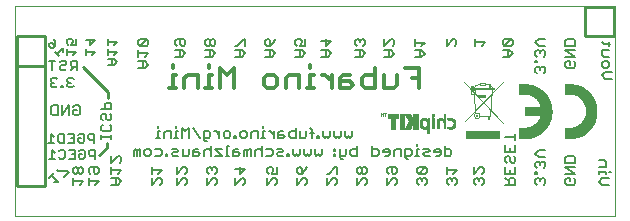
<source format=gbo>
G75*
%MOIN*%
%OFA0B0*%
%FSLAX25Y25*%
%IPPOS*%
%LPD*%
%AMOC8*
5,1,8,0,0,1.08239X$1,22.5*
%
%ADD10C,0.00000*%
%ADD11C,0.00700*%
%ADD12C,0.00600*%
%ADD13C,0.01000*%
%ADD14C,0.01200*%
%ADD15C,0.00100*%
%ADD16C,0.00394*%
%ADD17R,0.11575X0.02913*%
%ADD18C,0.00039*%
%ADD19C,0.00200*%
D10*
X0027595Y0221800D02*
X0027595Y0291800D01*
X0227595Y0291800D01*
X0227595Y0221800D01*
X0027595Y0221800D01*
D11*
X0046845Y0232150D02*
X0046845Y0234352D01*
X0046845Y0233251D02*
X0050148Y0233251D01*
X0049047Y0232150D01*
X0052045Y0232150D02*
X0052045Y0234352D01*
X0052045Y0233251D02*
X0055348Y0233251D01*
X0054247Y0232150D01*
X0054247Y0235833D02*
X0053697Y0236384D01*
X0053697Y0238035D01*
X0054797Y0238035D02*
X0055348Y0237485D01*
X0055348Y0236384D01*
X0054797Y0235833D01*
X0054247Y0235833D01*
X0052596Y0235833D02*
X0052045Y0236384D01*
X0052045Y0237485D01*
X0052596Y0238035D01*
X0054797Y0238035D01*
X0050148Y0237485D02*
X0050148Y0236384D01*
X0049597Y0235833D01*
X0049047Y0235833D01*
X0048497Y0236384D01*
X0048497Y0237485D01*
X0047946Y0238035D01*
X0047396Y0238035D01*
X0046845Y0237485D01*
X0046845Y0236384D01*
X0047396Y0235833D01*
X0047946Y0235833D01*
X0048497Y0236384D01*
X0048497Y0237485D02*
X0049047Y0238035D01*
X0049597Y0238035D01*
X0050148Y0237485D01*
X0045326Y0236355D02*
X0044937Y0236744D01*
X0041823Y0236744D01*
X0041433Y0237133D01*
X0040386Y0236086D02*
X0038829Y0234529D01*
X0039608Y0235308D02*
X0041943Y0232972D01*
X0040386Y0232972D01*
X0043769Y0234798D02*
X0045326Y0236355D01*
X0059645Y0235833D02*
X0059645Y0238035D01*
X0059645Y0236934D02*
X0062948Y0236934D01*
X0061847Y0235833D01*
X0061847Y0234352D02*
X0059645Y0234352D01*
X0061297Y0234352D02*
X0061297Y0232150D01*
X0061847Y0232150D02*
X0062948Y0233251D01*
X0061847Y0234352D01*
X0061847Y0232150D02*
X0059645Y0232150D01*
X0059645Y0239516D02*
X0061847Y0241718D01*
X0062397Y0241718D01*
X0062948Y0241168D01*
X0062948Y0240067D01*
X0062397Y0239516D01*
X0059645Y0239516D02*
X0059645Y0241718D01*
X0059548Y0247445D02*
X0059548Y0248546D01*
X0059548Y0247996D02*
X0056245Y0247996D01*
X0056245Y0248546D02*
X0056245Y0247445D01*
X0056796Y0249901D02*
X0056245Y0250451D01*
X0056245Y0251552D01*
X0056796Y0252102D01*
X0056796Y0253584D02*
X0056245Y0254134D01*
X0056245Y0255235D01*
X0056796Y0255786D01*
X0057346Y0255786D01*
X0057897Y0255235D01*
X0057897Y0254134D01*
X0058447Y0253584D01*
X0058997Y0253584D01*
X0059548Y0254134D01*
X0059548Y0255235D01*
X0058997Y0255786D01*
X0059548Y0257267D02*
X0059548Y0258918D01*
X0058997Y0259469D01*
X0057897Y0259469D01*
X0057346Y0258918D01*
X0057346Y0257267D01*
X0056245Y0257267D02*
X0059548Y0257267D01*
X0058997Y0252102D02*
X0059548Y0251552D01*
X0059548Y0250451D01*
X0058997Y0249901D01*
X0056796Y0249901D01*
X0049095Y0255800D02*
X0048544Y0255250D01*
X0047443Y0255250D01*
X0046893Y0255800D01*
X0046893Y0256901D01*
X0047994Y0256901D01*
X0049095Y0258002D02*
X0049095Y0255800D01*
X0049095Y0258002D02*
X0048544Y0258553D01*
X0047443Y0258553D01*
X0046893Y0258002D01*
X0045411Y0258553D02*
X0043210Y0255250D01*
X0043210Y0258553D01*
X0041728Y0258553D02*
X0040077Y0258553D01*
X0039526Y0258002D01*
X0039526Y0255800D01*
X0040077Y0255250D01*
X0041728Y0255250D01*
X0041728Y0258553D01*
X0045411Y0258553D02*
X0045411Y0255250D01*
X0045502Y0264550D02*
X0046603Y0264550D01*
X0047153Y0265100D01*
X0046052Y0266201D02*
X0045502Y0266201D01*
X0044951Y0265651D01*
X0044951Y0265100D01*
X0045502Y0264550D01*
X0045502Y0266201D02*
X0044951Y0266752D01*
X0044951Y0267302D01*
X0045502Y0267853D01*
X0046603Y0267853D01*
X0047153Y0267302D01*
X0048229Y0270232D02*
X0048229Y0273535D01*
X0046577Y0273535D01*
X0046027Y0272985D01*
X0046027Y0271884D01*
X0046577Y0271333D01*
X0048229Y0271333D01*
X0047128Y0271333D02*
X0046027Y0270232D01*
X0044546Y0270783D02*
X0043995Y0270232D01*
X0042894Y0270232D01*
X0042344Y0270783D01*
X0042344Y0271333D01*
X0042894Y0271884D01*
X0043995Y0271884D01*
X0044546Y0272434D01*
X0044546Y0272985D01*
X0043995Y0273535D01*
X0042894Y0273535D01*
X0042344Y0272985D01*
X0040863Y0273535D02*
X0038661Y0273535D01*
X0039762Y0273535D02*
X0039762Y0270232D01*
X0039977Y0267853D02*
X0039426Y0267302D01*
X0039426Y0266752D01*
X0039977Y0266201D01*
X0039426Y0265651D01*
X0039426Y0265100D01*
X0039977Y0264550D01*
X0041078Y0264550D01*
X0041628Y0265100D01*
X0042919Y0265100D02*
X0042919Y0264550D01*
X0043470Y0264550D01*
X0043470Y0265100D01*
X0042919Y0265100D01*
X0041628Y0267302D02*
X0041078Y0267853D01*
X0039977Y0267853D01*
X0039977Y0266201D02*
X0040527Y0266201D01*
X0068645Y0271101D02*
X0070847Y0271101D01*
X0071948Y0272202D01*
X0070847Y0273302D01*
X0068645Y0273302D01*
X0068645Y0274784D02*
X0068645Y0276986D01*
X0068645Y0275885D02*
X0071948Y0275885D01*
X0070847Y0274784D01*
X0070297Y0273302D02*
X0070297Y0271101D01*
X0080945Y0274784D02*
X0083147Y0274784D01*
X0084248Y0275885D01*
X0083147Y0276986D01*
X0080945Y0276986D01*
X0081496Y0278467D02*
X0080945Y0279017D01*
X0080945Y0280118D01*
X0081496Y0280669D01*
X0083697Y0280669D01*
X0084248Y0280118D01*
X0084248Y0279017D01*
X0083697Y0278467D01*
X0083147Y0278467D01*
X0082597Y0279017D01*
X0082597Y0280669D01*
X0082597Y0276986D02*
X0082597Y0274784D01*
X0090945Y0274784D02*
X0093147Y0274784D01*
X0094248Y0275885D01*
X0093147Y0276986D01*
X0090945Y0276986D01*
X0091496Y0278467D02*
X0092046Y0278467D01*
X0092597Y0279017D01*
X0092597Y0280118D01*
X0092046Y0280669D01*
X0091496Y0280669D01*
X0090945Y0280118D01*
X0090945Y0279017D01*
X0091496Y0278467D01*
X0092597Y0279017D02*
X0093147Y0278467D01*
X0093697Y0278467D01*
X0094248Y0279017D01*
X0094248Y0280118D01*
X0093697Y0280669D01*
X0093147Y0280669D01*
X0092597Y0280118D01*
X0092597Y0276986D02*
X0092597Y0274784D01*
X0100945Y0274784D02*
X0103147Y0274784D01*
X0104248Y0275885D01*
X0103147Y0276986D01*
X0100945Y0276986D01*
X0100945Y0278467D02*
X0101496Y0278467D01*
X0103697Y0280669D01*
X0104248Y0280669D01*
X0104248Y0278467D01*
X0102597Y0276986D02*
X0102597Y0274784D01*
X0110945Y0274784D02*
X0113147Y0274784D01*
X0114248Y0275885D01*
X0113147Y0276986D01*
X0110945Y0276986D01*
X0111496Y0278467D02*
X0110945Y0279017D01*
X0110945Y0280118D01*
X0111496Y0280669D01*
X0112046Y0280669D01*
X0112597Y0280118D01*
X0112597Y0278467D01*
X0111496Y0278467D01*
X0112597Y0278467D02*
X0113697Y0279568D01*
X0114248Y0280669D01*
X0112597Y0276986D02*
X0112597Y0274784D01*
X0120845Y0274784D02*
X0123047Y0274784D01*
X0124148Y0275885D01*
X0123047Y0276986D01*
X0120845Y0276986D01*
X0121396Y0278467D02*
X0120845Y0279017D01*
X0120845Y0280118D01*
X0121396Y0280669D01*
X0122497Y0280669D01*
X0123047Y0280118D01*
X0123047Y0279568D01*
X0122497Y0278467D01*
X0124148Y0278467D01*
X0124148Y0280669D01*
X0122497Y0276986D02*
X0122497Y0274784D01*
X0129645Y0274784D02*
X0131847Y0274784D01*
X0132948Y0275885D01*
X0131847Y0276986D01*
X0129645Y0276986D01*
X0131297Y0276986D02*
X0131297Y0274784D01*
X0131297Y0278467D02*
X0131297Y0280669D01*
X0132948Y0280118D02*
X0131297Y0278467D01*
X0132948Y0280118D02*
X0129645Y0280118D01*
X0140845Y0280118D02*
X0140845Y0279017D01*
X0141396Y0278467D01*
X0142497Y0279568D02*
X0142497Y0280118D01*
X0141946Y0280669D01*
X0141396Y0280669D01*
X0140845Y0280118D01*
X0142497Y0280118D02*
X0143047Y0280669D01*
X0143597Y0280669D01*
X0144148Y0280118D01*
X0144148Y0279017D01*
X0143597Y0278467D01*
X0143047Y0276986D02*
X0140845Y0276986D01*
X0142497Y0276986D02*
X0142497Y0274784D01*
X0143047Y0274784D02*
X0144148Y0275885D01*
X0143047Y0276986D01*
X0143047Y0274784D02*
X0140845Y0274784D01*
X0150645Y0274684D02*
X0152847Y0274684D01*
X0153948Y0275785D01*
X0152847Y0276886D01*
X0150645Y0276886D01*
X0150645Y0278367D02*
X0152847Y0280569D01*
X0153397Y0280569D01*
X0153948Y0280018D01*
X0153948Y0278917D01*
X0153397Y0278367D01*
X0152297Y0276886D02*
X0152297Y0274684D01*
X0150645Y0278367D02*
X0150645Y0280569D01*
X0160745Y0280569D02*
X0160745Y0278367D01*
X0160745Y0279468D02*
X0164048Y0279468D01*
X0162947Y0278367D01*
X0162947Y0276886D02*
X0160745Y0276886D01*
X0162397Y0276886D02*
X0162397Y0274684D01*
X0162947Y0274684D02*
X0164048Y0275785D01*
X0162947Y0276886D01*
X0162947Y0274684D02*
X0160745Y0274684D01*
X0171345Y0278467D02*
X0173547Y0280669D01*
X0174097Y0280669D01*
X0174648Y0280118D01*
X0174648Y0279017D01*
X0174097Y0278467D01*
X0171345Y0278467D02*
X0171345Y0280669D01*
X0180945Y0280669D02*
X0180945Y0278467D01*
X0180945Y0279568D02*
X0184248Y0279568D01*
X0183147Y0278467D01*
X0190045Y0279017D02*
X0190596Y0278467D01*
X0192797Y0280669D01*
X0190596Y0280669D01*
X0190045Y0280118D01*
X0190045Y0279017D01*
X0190596Y0278467D02*
X0192797Y0278467D01*
X0193348Y0279017D01*
X0193348Y0280118D01*
X0192797Y0280669D01*
X0192247Y0276986D02*
X0190045Y0276986D01*
X0191697Y0276986D02*
X0191697Y0274784D01*
X0192247Y0274784D02*
X0193348Y0275885D01*
X0192247Y0276986D01*
X0192247Y0274784D02*
X0190045Y0274784D01*
X0200945Y0275334D02*
X0201496Y0274784D01*
X0200945Y0275334D02*
X0200945Y0276435D01*
X0201496Y0276986D01*
X0202046Y0276986D01*
X0202597Y0276435D01*
X0202597Y0275885D01*
X0202597Y0276435D02*
X0203147Y0276986D01*
X0203697Y0276986D01*
X0204248Y0276435D01*
X0204248Y0275334D01*
X0203697Y0274784D01*
X0201496Y0273493D02*
X0200945Y0273493D01*
X0200945Y0272942D01*
X0201496Y0272942D01*
X0201496Y0273493D01*
X0201496Y0271461D02*
X0200945Y0270910D01*
X0200945Y0269809D01*
X0201496Y0269259D01*
X0202597Y0270360D02*
X0202597Y0270910D01*
X0202046Y0271461D01*
X0201496Y0271461D01*
X0202597Y0270910D02*
X0203147Y0271461D01*
X0203697Y0271461D01*
X0204248Y0270910D01*
X0204248Y0269809D01*
X0203697Y0269259D01*
X0210945Y0271651D02*
X0210945Y0272752D01*
X0211496Y0273302D01*
X0212597Y0273302D01*
X0212597Y0272202D01*
X0213697Y0273302D02*
X0214248Y0272752D01*
X0214248Y0271651D01*
X0213697Y0271101D01*
X0211496Y0271101D01*
X0210945Y0271651D01*
X0210945Y0274784D02*
X0214248Y0274784D01*
X0210945Y0276986D01*
X0214248Y0276986D01*
X0214248Y0278467D02*
X0214248Y0280118D01*
X0213697Y0280669D01*
X0211496Y0280669D01*
X0210945Y0280118D01*
X0210945Y0278467D01*
X0214248Y0278467D01*
X0223145Y0279595D02*
X0223696Y0279045D01*
X0225897Y0279045D01*
X0225347Y0278495D02*
X0225347Y0279595D01*
X0225347Y0277013D02*
X0223145Y0277013D01*
X0223145Y0275362D01*
X0223696Y0274811D01*
X0225347Y0274811D01*
X0224797Y0273330D02*
X0223696Y0273330D01*
X0223145Y0272780D01*
X0223145Y0271679D01*
X0223696Y0271128D01*
X0224797Y0271128D01*
X0225347Y0271679D01*
X0225347Y0272780D01*
X0224797Y0273330D01*
X0224246Y0269647D02*
X0226448Y0269647D01*
X0226448Y0267445D02*
X0224246Y0267445D01*
X0223145Y0268546D01*
X0224246Y0269647D01*
X0204248Y0278467D02*
X0202046Y0278467D01*
X0200945Y0279568D01*
X0202046Y0280669D01*
X0204248Y0280669D01*
X0194248Y0249084D02*
X0194248Y0246883D01*
X0194248Y0247984D02*
X0190945Y0247984D01*
X0190945Y0245401D02*
X0190945Y0243199D01*
X0194248Y0243199D01*
X0194248Y0245401D01*
X0192597Y0244300D02*
X0192597Y0243199D01*
X0192046Y0241718D02*
X0191496Y0241718D01*
X0190945Y0241168D01*
X0190945Y0240067D01*
X0191496Y0239516D01*
X0192597Y0240067D02*
X0193147Y0239516D01*
X0193697Y0239516D01*
X0194248Y0240067D01*
X0194248Y0241168D01*
X0193697Y0241718D01*
X0192597Y0241168D02*
X0192046Y0241718D01*
X0192597Y0241168D02*
X0192597Y0240067D01*
X0194248Y0238035D02*
X0194248Y0235833D01*
X0190945Y0235833D01*
X0190945Y0238035D01*
X0192597Y0236934D02*
X0192597Y0235833D01*
X0192597Y0234352D02*
X0192046Y0233801D01*
X0192046Y0232150D01*
X0190945Y0232150D02*
X0194248Y0232150D01*
X0194248Y0233801D01*
X0193697Y0234352D01*
X0192597Y0234352D01*
X0192046Y0233251D02*
X0190945Y0234352D01*
X0183748Y0233801D02*
X0183748Y0232700D01*
X0183197Y0232150D01*
X0182097Y0233251D02*
X0182097Y0233801D01*
X0181546Y0234352D01*
X0180996Y0234352D01*
X0180445Y0233801D01*
X0180445Y0232700D01*
X0180996Y0232150D01*
X0182097Y0233801D02*
X0182647Y0234352D01*
X0183197Y0234352D01*
X0183748Y0233801D01*
X0183197Y0235833D02*
X0183748Y0236384D01*
X0183748Y0237485D01*
X0183197Y0238035D01*
X0182647Y0238035D01*
X0180445Y0235833D01*
X0180445Y0238035D01*
X0174748Y0236934D02*
X0171445Y0236934D01*
X0171445Y0235833D02*
X0171445Y0238035D01*
X0173647Y0235833D02*
X0174748Y0236934D01*
X0174197Y0234352D02*
X0173647Y0234352D01*
X0173097Y0233801D01*
X0172546Y0234352D01*
X0171996Y0234352D01*
X0171445Y0233801D01*
X0171445Y0232700D01*
X0171996Y0232150D01*
X0173097Y0233251D02*
X0173097Y0233801D01*
X0174197Y0234352D02*
X0174748Y0233801D01*
X0174748Y0232700D01*
X0174197Y0232150D01*
X0164748Y0232700D02*
X0164748Y0233801D01*
X0164197Y0234352D01*
X0163647Y0234352D01*
X0163097Y0233801D01*
X0162546Y0234352D01*
X0161996Y0234352D01*
X0161445Y0233801D01*
X0161445Y0232700D01*
X0161996Y0232150D01*
X0163097Y0233251D02*
X0163097Y0233801D01*
X0164197Y0232150D02*
X0164748Y0232700D01*
X0164197Y0235833D02*
X0164748Y0236384D01*
X0164748Y0237485D01*
X0164197Y0238035D01*
X0161996Y0235833D01*
X0161445Y0236384D01*
X0161445Y0237485D01*
X0161996Y0238035D01*
X0164197Y0238035D01*
X0164197Y0235833D02*
X0161996Y0235833D01*
X0154748Y0236384D02*
X0154748Y0237485D01*
X0154197Y0238035D01*
X0151996Y0238035D01*
X0151445Y0237485D01*
X0151445Y0236384D01*
X0151996Y0235833D01*
X0153097Y0236384D02*
X0153097Y0238035D01*
X0153097Y0236384D02*
X0153647Y0235833D01*
X0154197Y0235833D01*
X0154748Y0236384D01*
X0154197Y0234352D02*
X0154748Y0233801D01*
X0154748Y0232700D01*
X0154197Y0232150D01*
X0154197Y0234352D02*
X0153647Y0234352D01*
X0151445Y0232150D01*
X0151445Y0234352D01*
X0144748Y0233801D02*
X0144748Y0232700D01*
X0144197Y0232150D01*
X0144748Y0233801D02*
X0144197Y0234352D01*
X0143647Y0234352D01*
X0141445Y0232150D01*
X0141445Y0234352D01*
X0141996Y0235833D02*
X0142546Y0235833D01*
X0143097Y0236384D01*
X0143097Y0237485D01*
X0142546Y0238035D01*
X0141996Y0238035D01*
X0141445Y0237485D01*
X0141445Y0236384D01*
X0141996Y0235833D01*
X0143097Y0236384D02*
X0143647Y0235833D01*
X0144197Y0235833D01*
X0144748Y0236384D01*
X0144748Y0237485D01*
X0144197Y0238035D01*
X0143647Y0238035D01*
X0143097Y0237485D01*
X0134748Y0238035D02*
X0134748Y0235833D01*
X0134197Y0234352D02*
X0134748Y0233801D01*
X0134748Y0232700D01*
X0134197Y0232150D01*
X0134197Y0234352D02*
X0133647Y0234352D01*
X0131445Y0232150D01*
X0131445Y0234352D01*
X0131445Y0235833D02*
X0131996Y0235833D01*
X0134197Y0238035D01*
X0134748Y0238035D01*
X0124748Y0238035D02*
X0124197Y0236934D01*
X0123097Y0235833D01*
X0123097Y0237485D01*
X0122546Y0238035D01*
X0121996Y0238035D01*
X0121445Y0237485D01*
X0121445Y0236384D01*
X0121996Y0235833D01*
X0123097Y0235833D01*
X0123647Y0234352D02*
X0124197Y0234352D01*
X0124748Y0233801D01*
X0124748Y0232700D01*
X0124197Y0232150D01*
X0123647Y0234352D02*
X0121445Y0232150D01*
X0121445Y0234352D01*
X0114748Y0233801D02*
X0114748Y0232700D01*
X0114197Y0232150D01*
X0114748Y0233801D02*
X0114197Y0234352D01*
X0113647Y0234352D01*
X0111445Y0232150D01*
X0111445Y0234352D01*
X0111996Y0235833D02*
X0111445Y0236384D01*
X0111445Y0237485D01*
X0111996Y0238035D01*
X0113097Y0238035D01*
X0113647Y0237485D01*
X0113647Y0236934D01*
X0113097Y0235833D01*
X0114748Y0235833D01*
X0114748Y0238035D01*
X0104148Y0237485D02*
X0102497Y0235833D01*
X0102497Y0238035D01*
X0104148Y0237485D02*
X0100845Y0237485D01*
X0100845Y0234352D02*
X0100845Y0232150D01*
X0103047Y0234352D01*
X0103597Y0234352D01*
X0104148Y0233801D01*
X0104148Y0232700D01*
X0103597Y0232150D01*
X0094748Y0232700D02*
X0094748Y0233801D01*
X0094197Y0234352D01*
X0093647Y0234352D01*
X0091445Y0232150D01*
X0091445Y0234352D01*
X0091996Y0235833D02*
X0091445Y0236384D01*
X0091445Y0237485D01*
X0091996Y0238035D01*
X0092546Y0238035D01*
X0093097Y0237485D01*
X0093097Y0236934D01*
X0093097Y0237485D02*
X0093647Y0238035D01*
X0094197Y0238035D01*
X0094748Y0237485D01*
X0094748Y0236384D01*
X0094197Y0235833D01*
X0094748Y0232700D02*
X0094197Y0232150D01*
X0084748Y0232700D02*
X0084197Y0232150D01*
X0084748Y0232700D02*
X0084748Y0233801D01*
X0084197Y0234352D01*
X0083647Y0234352D01*
X0081445Y0232150D01*
X0081445Y0234352D01*
X0081445Y0235833D02*
X0083647Y0238035D01*
X0084197Y0238035D01*
X0084748Y0237485D01*
X0084748Y0236384D01*
X0084197Y0235833D01*
X0081445Y0235833D02*
X0081445Y0238035D01*
X0076348Y0236934D02*
X0075247Y0235833D01*
X0075247Y0234352D02*
X0075797Y0234352D01*
X0076348Y0233801D01*
X0076348Y0232700D01*
X0075797Y0232150D01*
X0075247Y0234352D02*
X0073045Y0232150D01*
X0073045Y0234352D01*
X0073045Y0235833D02*
X0073045Y0238035D01*
X0073045Y0236934D02*
X0076348Y0236934D01*
X0071397Y0278467D02*
X0071948Y0279017D01*
X0071948Y0280118D01*
X0071397Y0280669D01*
X0069196Y0278467D01*
X0068645Y0279017D01*
X0068645Y0280118D01*
X0069196Y0280669D01*
X0071397Y0280669D01*
X0071397Y0278467D02*
X0069196Y0278467D01*
X0200945Y0242459D02*
X0202046Y0243560D01*
X0204248Y0243560D01*
X0204248Y0241358D02*
X0202046Y0241358D01*
X0200945Y0242459D01*
X0201496Y0239877D02*
X0200945Y0239326D01*
X0200945Y0238225D01*
X0201496Y0237675D01*
X0201496Y0236384D02*
X0200945Y0236384D01*
X0200945Y0235833D01*
X0201496Y0235833D01*
X0201496Y0236384D01*
X0201496Y0234352D02*
X0200945Y0233801D01*
X0200945Y0232700D01*
X0201496Y0232150D01*
X0202597Y0233251D02*
X0202597Y0233801D01*
X0202046Y0234352D01*
X0201496Y0234352D01*
X0202597Y0233801D02*
X0203147Y0234352D01*
X0203697Y0234352D01*
X0204248Y0233801D01*
X0204248Y0232700D01*
X0203697Y0232150D01*
X0210945Y0232700D02*
X0210945Y0233801D01*
X0211496Y0234352D01*
X0212597Y0234352D01*
X0212597Y0233251D01*
X0213697Y0234352D02*
X0214248Y0233801D01*
X0214248Y0232700D01*
X0213697Y0232150D01*
X0211496Y0232150D01*
X0210945Y0232700D01*
X0210945Y0235833D02*
X0214248Y0235833D01*
X0210945Y0238035D01*
X0214248Y0238035D01*
X0214248Y0239516D02*
X0214248Y0241168D01*
X0213697Y0241718D01*
X0211496Y0241718D01*
X0210945Y0241168D01*
X0210945Y0239516D01*
X0214248Y0239516D01*
X0222145Y0240390D02*
X0223797Y0240390D01*
X0224347Y0239840D01*
X0224347Y0238189D01*
X0222145Y0238189D01*
X0222145Y0236834D02*
X0222145Y0235733D01*
X0222145Y0236284D02*
X0224347Y0236284D01*
X0224347Y0235733D01*
X0225448Y0236284D02*
X0225998Y0236284D01*
X0225448Y0234252D02*
X0223246Y0234252D01*
X0222145Y0233151D01*
X0223246Y0232050D01*
X0225448Y0232050D01*
X0204248Y0238225D02*
X0204248Y0239326D01*
X0203697Y0239877D01*
X0203147Y0239877D01*
X0202597Y0239326D01*
X0202046Y0239877D01*
X0201496Y0239877D01*
X0202597Y0239326D02*
X0202597Y0238776D01*
X0203697Y0237675D02*
X0204248Y0238225D01*
D12*
X0172964Y0242342D02*
X0172964Y0243455D01*
X0172408Y0244012D01*
X0170738Y0244012D01*
X0170738Y0245125D02*
X0170738Y0241785D01*
X0172408Y0241785D01*
X0172964Y0242342D01*
X0169339Y0242342D02*
X0169339Y0243455D01*
X0168783Y0244012D01*
X0167669Y0244012D01*
X0167113Y0243455D01*
X0167113Y0242898D01*
X0169339Y0242898D01*
X0169339Y0242342D02*
X0168783Y0241785D01*
X0167669Y0241785D01*
X0165714Y0241785D02*
X0164044Y0241785D01*
X0163488Y0242342D01*
X0164044Y0242898D01*
X0165158Y0242898D01*
X0165714Y0243455D01*
X0165158Y0244012D01*
X0163488Y0244012D01*
X0162089Y0244012D02*
X0161532Y0244012D01*
X0161532Y0241785D01*
X0160976Y0241785D02*
X0162089Y0241785D01*
X0159672Y0242342D02*
X0159116Y0241785D01*
X0157446Y0241785D01*
X0157446Y0241228D02*
X0157446Y0244012D01*
X0159116Y0244012D01*
X0159672Y0243455D01*
X0159672Y0242342D01*
X0158559Y0240672D02*
X0158002Y0240672D01*
X0157446Y0241228D01*
X0156047Y0241785D02*
X0156047Y0244012D01*
X0154377Y0244012D01*
X0153821Y0243455D01*
X0153821Y0241785D01*
X0152422Y0242342D02*
X0152422Y0243455D01*
X0151865Y0244012D01*
X0150752Y0244012D01*
X0150195Y0243455D01*
X0150195Y0242898D01*
X0152422Y0242898D01*
X0152422Y0242342D02*
X0151865Y0241785D01*
X0150752Y0241785D01*
X0148797Y0242342D02*
X0148797Y0243455D01*
X0148240Y0244012D01*
X0146570Y0244012D01*
X0146570Y0245125D02*
X0146570Y0241785D01*
X0148240Y0241785D01*
X0148797Y0242342D01*
X0141547Y0241785D02*
X0141547Y0245125D01*
X0141547Y0244012D02*
X0139877Y0244012D01*
X0139320Y0243455D01*
X0139320Y0242342D01*
X0139877Y0241785D01*
X0141547Y0241785D01*
X0137921Y0242342D02*
X0137365Y0241785D01*
X0135695Y0241785D01*
X0135695Y0241228D02*
X0136252Y0240672D01*
X0136808Y0240672D01*
X0135695Y0241228D02*
X0135695Y0244012D01*
X0134296Y0244012D02*
X0134296Y0243455D01*
X0133740Y0243455D01*
X0133740Y0244012D01*
X0134296Y0244012D01*
X0134296Y0242342D02*
X0134296Y0241785D01*
X0133740Y0241785D01*
X0133740Y0242342D01*
X0134296Y0242342D01*
X0137921Y0242342D02*
X0137921Y0244012D01*
X0138077Y0247759D02*
X0137521Y0248316D01*
X0137521Y0249986D01*
X0136122Y0249986D02*
X0136122Y0248316D01*
X0135565Y0247759D01*
X0135009Y0248316D01*
X0134452Y0247759D01*
X0133895Y0248316D01*
X0133895Y0249986D01*
X0132497Y0249986D02*
X0132497Y0248316D01*
X0131940Y0247759D01*
X0131384Y0248316D01*
X0130827Y0247759D01*
X0130270Y0248316D01*
X0130270Y0249986D01*
X0128872Y0248316D02*
X0128315Y0248316D01*
X0128315Y0247759D01*
X0128872Y0247759D01*
X0128872Y0248316D01*
X0127059Y0249429D02*
X0125946Y0249429D01*
X0126502Y0250542D02*
X0126502Y0247759D01*
X0124642Y0248316D02*
X0124086Y0247759D01*
X0122416Y0247759D01*
X0122416Y0249986D01*
X0121017Y0249986D02*
X0119347Y0249986D01*
X0118791Y0249429D01*
X0118791Y0248316D01*
X0119347Y0247759D01*
X0121017Y0247759D01*
X0121017Y0251099D01*
X0124642Y0249986D02*
X0124642Y0248316D01*
X0126502Y0250542D02*
X0125946Y0251099D01*
X0117392Y0248316D02*
X0116835Y0248872D01*
X0115166Y0248872D01*
X0115166Y0249429D02*
X0115166Y0247759D01*
X0116835Y0247759D01*
X0117392Y0248316D01*
X0116835Y0249986D02*
X0115722Y0249986D01*
X0115166Y0249429D01*
X0113767Y0249986D02*
X0113767Y0247759D01*
X0113767Y0248872D02*
X0112654Y0249986D01*
X0112097Y0249986D01*
X0110746Y0249986D02*
X0110189Y0249986D01*
X0110189Y0247759D01*
X0109633Y0247759D02*
X0110746Y0247759D01*
X0108329Y0247759D02*
X0108329Y0249986D01*
X0106659Y0249986D01*
X0106103Y0249429D01*
X0106103Y0247759D01*
X0104704Y0248316D02*
X0104147Y0247759D01*
X0103034Y0247759D01*
X0102478Y0248316D01*
X0102478Y0249429D01*
X0103034Y0249986D01*
X0104147Y0249986D01*
X0104704Y0249429D01*
X0104704Y0248316D01*
X0101079Y0248316D02*
X0100522Y0248316D01*
X0100522Y0247759D01*
X0101079Y0247759D01*
X0101079Y0248316D01*
X0099266Y0248316D02*
X0098710Y0247759D01*
X0097597Y0247759D01*
X0097040Y0248316D01*
X0097040Y0249429D01*
X0097597Y0249986D01*
X0098710Y0249986D01*
X0099266Y0249429D01*
X0099266Y0248316D01*
X0098844Y0245125D02*
X0098287Y0245125D01*
X0098287Y0241785D01*
X0098844Y0241785D02*
X0097730Y0241785D01*
X0096427Y0241785D02*
X0094200Y0241785D01*
X0092802Y0241785D02*
X0092802Y0245125D01*
X0092245Y0244012D02*
X0091132Y0244012D01*
X0090575Y0243455D01*
X0090575Y0241785D01*
X0089177Y0242342D02*
X0088620Y0242898D01*
X0086950Y0242898D01*
X0086950Y0243455D02*
X0086950Y0241785D01*
X0088620Y0241785D01*
X0089177Y0242342D01*
X0088620Y0244012D02*
X0087507Y0244012D01*
X0086950Y0243455D01*
X0085552Y0244012D02*
X0085552Y0242342D01*
X0084995Y0241785D01*
X0083325Y0241785D01*
X0083325Y0244012D01*
X0081926Y0243455D02*
X0081370Y0244012D01*
X0079700Y0244012D01*
X0080256Y0242898D02*
X0081370Y0242898D01*
X0081926Y0243455D01*
X0081926Y0241785D02*
X0080256Y0241785D01*
X0079700Y0242342D01*
X0080256Y0242898D01*
X0078301Y0242342D02*
X0077745Y0242342D01*
X0077745Y0241785D01*
X0078301Y0241785D01*
X0078301Y0242342D01*
X0076489Y0242342D02*
X0075932Y0241785D01*
X0074262Y0241785D01*
X0072864Y0242342D02*
X0072307Y0241785D01*
X0071194Y0241785D01*
X0070637Y0242342D01*
X0070637Y0243455D01*
X0071194Y0244012D01*
X0072307Y0244012D01*
X0072864Y0243455D01*
X0072864Y0242342D01*
X0074262Y0244012D02*
X0075932Y0244012D01*
X0076489Y0243455D01*
X0076489Y0242342D01*
X0069238Y0241785D02*
X0069238Y0244012D01*
X0068682Y0244012D01*
X0068125Y0243455D01*
X0067569Y0244012D01*
X0067012Y0243455D01*
X0067012Y0241785D01*
X0068125Y0241785D02*
X0068125Y0243455D01*
X0074590Y0247759D02*
X0075703Y0247759D01*
X0075146Y0247759D02*
X0075146Y0249986D01*
X0075703Y0249986D01*
X0075146Y0251099D02*
X0075146Y0251656D01*
X0077102Y0249429D02*
X0077102Y0247759D01*
X0077102Y0249429D02*
X0077658Y0249986D01*
X0079328Y0249986D01*
X0079328Y0247759D01*
X0080632Y0247759D02*
X0081745Y0247759D01*
X0081188Y0247759D02*
X0081188Y0249986D01*
X0081745Y0249986D01*
X0081188Y0251099D02*
X0081188Y0251656D01*
X0083144Y0251099D02*
X0083144Y0247759D01*
X0085370Y0247759D02*
X0085370Y0251099D01*
X0084257Y0249986D01*
X0083144Y0251099D01*
X0086769Y0251099D02*
X0088995Y0247759D01*
X0090394Y0247759D02*
X0092064Y0247759D01*
X0092620Y0248316D01*
X0092620Y0249429D01*
X0092064Y0249986D01*
X0090394Y0249986D01*
X0090394Y0247202D01*
X0090950Y0246646D01*
X0091507Y0246646D01*
X0092245Y0244012D02*
X0092802Y0243455D01*
X0094200Y0244012D02*
X0096427Y0241785D01*
X0096427Y0244012D02*
X0094200Y0244012D01*
X0095641Y0247759D02*
X0095641Y0249986D01*
X0094528Y0249986D02*
X0093971Y0249986D01*
X0094528Y0249986D02*
X0095641Y0248872D01*
X0100799Y0244012D02*
X0100242Y0243455D01*
X0100242Y0241785D01*
X0101912Y0241785D01*
X0102469Y0242342D01*
X0101912Y0242898D01*
X0100242Y0242898D01*
X0100799Y0244012D02*
X0101912Y0244012D01*
X0103867Y0243455D02*
X0103867Y0241785D01*
X0104981Y0241785D02*
X0104981Y0243455D01*
X0104424Y0244012D01*
X0103867Y0243455D01*
X0104981Y0243455D02*
X0105537Y0244012D01*
X0106094Y0244012D01*
X0106094Y0241785D01*
X0107493Y0241785D02*
X0107493Y0243455D01*
X0108049Y0244012D01*
X0109162Y0244012D01*
X0109719Y0243455D01*
X0111118Y0244012D02*
X0112788Y0244012D01*
X0113344Y0243455D01*
X0113344Y0242342D01*
X0112788Y0241785D01*
X0111118Y0241785D01*
X0109719Y0241785D02*
X0109719Y0245125D01*
X0114743Y0244012D02*
X0116413Y0244012D01*
X0116969Y0243455D01*
X0116413Y0242898D01*
X0115299Y0242898D01*
X0114743Y0242342D01*
X0115299Y0241785D01*
X0116969Y0241785D01*
X0118225Y0241785D02*
X0118782Y0241785D01*
X0118782Y0242342D01*
X0118225Y0242342D01*
X0118225Y0241785D01*
X0120180Y0242342D02*
X0120180Y0244012D01*
X0120180Y0242342D02*
X0120737Y0241785D01*
X0121294Y0242342D01*
X0121850Y0241785D01*
X0122407Y0242342D01*
X0122407Y0244012D01*
X0123806Y0244012D02*
X0123806Y0242342D01*
X0124362Y0241785D01*
X0124919Y0242342D01*
X0125476Y0241785D01*
X0126032Y0242342D01*
X0126032Y0244012D01*
X0127431Y0244012D02*
X0127431Y0242342D01*
X0127987Y0241785D01*
X0128544Y0242342D01*
X0129101Y0241785D01*
X0129657Y0242342D01*
X0129657Y0244012D01*
X0138077Y0247759D02*
X0138634Y0248316D01*
X0139190Y0247759D01*
X0139747Y0248316D01*
X0139747Y0249986D01*
X0161532Y0245682D02*
X0161532Y0245125D01*
X0110189Y0251099D02*
X0110189Y0251656D01*
X0061398Y0273156D02*
X0060397Y0274157D01*
X0058395Y0274157D01*
X0058395Y0275470D02*
X0058395Y0277472D01*
X0058395Y0276471D02*
X0061398Y0276471D01*
X0060397Y0275470D01*
X0059896Y0274157D02*
X0059896Y0272156D01*
X0060397Y0272156D02*
X0061398Y0273156D01*
X0060397Y0272156D02*
X0058395Y0272156D01*
X0053998Y0276471D02*
X0050995Y0276471D01*
X0050995Y0275470D02*
X0050995Y0277472D01*
X0052496Y0278785D02*
X0052496Y0280787D01*
X0050995Y0280286D02*
X0053998Y0280286D01*
X0052496Y0278785D01*
X0053998Y0276471D02*
X0052997Y0275470D01*
X0047787Y0276481D02*
X0044785Y0276481D01*
X0044785Y0275480D02*
X0044785Y0277482D01*
X0043565Y0277751D02*
X0041442Y0275628D01*
X0042149Y0274920D02*
X0040734Y0276335D01*
X0040159Y0277618D02*
X0039451Y0277618D01*
X0038744Y0278325D01*
X0038744Y0279033D01*
X0039098Y0279387D01*
X0039805Y0279387D01*
X0040867Y0278325D01*
X0040159Y0277618D01*
X0040867Y0278325D02*
X0040867Y0279741D01*
X0040513Y0280802D01*
X0044785Y0280296D02*
X0044785Y0279295D01*
X0045285Y0278795D01*
X0046286Y0278795D02*
X0046787Y0279796D01*
X0046787Y0280296D01*
X0046286Y0280797D01*
X0045285Y0280797D01*
X0044785Y0280296D01*
X0046286Y0278795D02*
X0047787Y0278795D01*
X0047787Y0280797D01*
X0047787Y0276481D02*
X0046787Y0275480D01*
X0043565Y0276335D02*
X0043565Y0277751D01*
X0058395Y0278785D02*
X0058395Y0280787D01*
X0058395Y0279786D02*
X0061398Y0279786D01*
X0060397Y0278785D01*
X0053869Y0249203D02*
X0052368Y0249203D01*
X0051868Y0248702D01*
X0051868Y0247701D01*
X0052368Y0247201D01*
X0053869Y0247201D01*
X0053869Y0246200D02*
X0053869Y0249203D01*
X0050554Y0248702D02*
X0050554Y0246700D01*
X0050054Y0246200D01*
X0049053Y0246200D01*
X0048553Y0246700D01*
X0048553Y0247701D01*
X0049554Y0247701D01*
X0050554Y0248702D02*
X0050054Y0249203D01*
X0049053Y0249203D01*
X0048553Y0248702D01*
X0047240Y0249203D02*
X0047240Y0246200D01*
X0045238Y0246200D01*
X0043925Y0246200D02*
X0042424Y0246200D01*
X0041923Y0246700D01*
X0041923Y0248702D01*
X0042424Y0249203D01*
X0043925Y0249203D01*
X0043925Y0246200D01*
X0043624Y0243803D02*
X0044125Y0243302D01*
X0044125Y0241300D01*
X0043624Y0240800D01*
X0042624Y0240800D01*
X0042123Y0241300D01*
X0040810Y0240800D02*
X0038808Y0240800D01*
X0039809Y0240800D02*
X0039809Y0243803D01*
X0040810Y0242802D01*
X0042123Y0243302D02*
X0042624Y0243803D01*
X0043624Y0243803D01*
X0045438Y0243803D02*
X0047440Y0243803D01*
X0047440Y0240800D01*
X0045438Y0240800D01*
X0046439Y0242301D02*
X0047440Y0242301D01*
X0048753Y0242301D02*
X0049754Y0242301D01*
X0048753Y0242301D02*
X0048753Y0241300D01*
X0049253Y0240800D01*
X0050254Y0240800D01*
X0050754Y0241300D01*
X0050754Y0243302D01*
X0050254Y0243803D01*
X0049253Y0243803D01*
X0048753Y0243302D01*
X0052068Y0243302D02*
X0052568Y0243803D01*
X0054069Y0243803D01*
X0054069Y0240800D01*
X0054069Y0241801D02*
X0052568Y0241801D01*
X0052068Y0242301D01*
X0052068Y0243302D01*
X0047240Y0247701D02*
X0046239Y0247701D01*
X0045238Y0249203D02*
X0047240Y0249203D01*
X0040610Y0248202D02*
X0039609Y0249203D01*
X0039609Y0246200D01*
X0040610Y0246200D02*
X0038608Y0246200D01*
D13*
X0055595Y0242000D02*
X0057995Y0244400D01*
X0057995Y0246200D01*
X0037595Y0231800D02*
X0028195Y0231800D01*
X0028195Y0271800D01*
X0028195Y0281800D01*
X0037595Y0281800D01*
X0037595Y0271800D01*
X0037595Y0231800D01*
X0028195Y0231800D02*
X0027995Y0231800D01*
X0058395Y0261000D02*
X0058395Y0263200D01*
X0050195Y0271400D01*
X0049995Y0271400D01*
X0037595Y0271800D02*
X0028195Y0271800D01*
X0027995Y0271800D01*
X0217595Y0281800D02*
X0217595Y0291400D01*
X0227195Y0291400D01*
X0227195Y0281800D01*
X0217595Y0281800D01*
D14*
X0162066Y0271002D02*
X0162066Y0264322D01*
X0162066Y0267662D02*
X0159839Y0267662D01*
X0157613Y0271002D02*
X0162066Y0271002D01*
X0154816Y0268775D02*
X0154816Y0265435D01*
X0153702Y0264322D01*
X0150363Y0264322D01*
X0150363Y0268775D01*
X0147565Y0268775D02*
X0144226Y0268775D01*
X0143112Y0267662D01*
X0143112Y0265435D01*
X0144226Y0264322D01*
X0147565Y0264322D01*
X0147565Y0271002D01*
X0139202Y0268775D02*
X0136975Y0268775D01*
X0135862Y0267662D01*
X0135862Y0264322D01*
X0139202Y0264322D01*
X0140315Y0265435D01*
X0139202Y0266549D01*
X0135862Y0266549D01*
X0133065Y0266549D02*
X0130838Y0268775D01*
X0129725Y0268775D01*
X0127023Y0268775D02*
X0125910Y0268775D01*
X0125910Y0264322D01*
X0127023Y0264322D02*
X0124796Y0264322D01*
X0122189Y0264322D02*
X0122189Y0268775D01*
X0118850Y0268775D01*
X0117736Y0267662D01*
X0117736Y0264322D01*
X0114939Y0265435D02*
X0113826Y0264322D01*
X0111599Y0264322D01*
X0110486Y0265435D01*
X0110486Y0267662D01*
X0111599Y0268775D01*
X0113826Y0268775D01*
X0114939Y0267662D01*
X0114939Y0265435D01*
X0125910Y0271002D02*
X0125910Y0272115D01*
X0133065Y0268775D02*
X0133065Y0264322D01*
X0100439Y0264322D02*
X0100439Y0271002D01*
X0098212Y0268775D01*
X0095985Y0271002D01*
X0095985Y0264322D01*
X0093188Y0264322D02*
X0090962Y0264322D01*
X0092075Y0264322D02*
X0092075Y0268775D01*
X0093188Y0268775D01*
X0092075Y0271002D02*
X0092075Y0272115D01*
X0088355Y0268775D02*
X0085015Y0268775D01*
X0083902Y0267662D01*
X0083902Y0264322D01*
X0081105Y0264322D02*
X0078878Y0264322D01*
X0079991Y0264322D02*
X0079991Y0268775D01*
X0081105Y0268775D01*
X0079991Y0271002D02*
X0079991Y0272115D01*
X0088355Y0268775D02*
X0088355Y0264322D01*
D15*
X0195483Y0264357D02*
X0202010Y0264357D01*
X0202018Y0264353D02*
X0201250Y0264766D01*
X0200857Y0264943D01*
X0200463Y0265101D01*
X0200109Y0265239D01*
X0199498Y0265416D01*
X0198947Y0265534D01*
X0198278Y0265632D01*
X0197392Y0265691D01*
X0195483Y0265691D01*
X0195483Y0262542D01*
X0197313Y0262542D01*
X0198081Y0262483D01*
X0198672Y0262365D01*
X0199321Y0262168D01*
X0200049Y0261813D01*
X0200817Y0261302D01*
X0201349Y0260829D01*
X0202097Y0259904D01*
X0202648Y0258782D01*
X0202805Y0258211D01*
X0197471Y0258211D01*
X0197471Y0255455D01*
X0202825Y0255455D01*
X0202490Y0254530D01*
X0202195Y0253959D01*
X0201782Y0253329D01*
X0200837Y0252365D01*
X0200168Y0251892D01*
X0199420Y0251538D01*
X0198475Y0251262D01*
X0197923Y0251164D01*
X0197392Y0251124D01*
X0195502Y0251124D01*
X0195502Y0247561D01*
X0197392Y0247561D01*
X0198258Y0247620D01*
X0199085Y0247758D01*
X0199853Y0247955D01*
X0200699Y0248231D01*
X0201723Y0248743D01*
X0202727Y0249372D01*
X0203534Y0250081D01*
X0204144Y0250731D01*
X0204597Y0251302D01*
X0205148Y0252148D01*
X0205620Y0253113D01*
X0206034Y0254333D01*
X0206250Y0255435D01*
X0206329Y0256557D01*
X0206290Y0257620D01*
X0206112Y0258664D01*
X0205916Y0259353D01*
X0205699Y0259963D01*
X0205246Y0260928D01*
X0204794Y0261695D01*
X0204341Y0262306D01*
X0203691Y0263034D01*
X0203238Y0263447D01*
X0202786Y0263821D01*
X0202018Y0264353D01*
X0202154Y0264258D02*
X0195483Y0264258D01*
X0195483Y0264160D02*
X0202297Y0264160D01*
X0202439Y0264061D02*
X0195483Y0264061D01*
X0195483Y0263963D02*
X0202581Y0263963D01*
X0202723Y0263864D02*
X0195483Y0263864D01*
X0195483Y0263766D02*
X0202853Y0263766D01*
X0202972Y0263667D02*
X0195483Y0263667D01*
X0195483Y0263569D02*
X0203091Y0263569D01*
X0203211Y0263470D02*
X0195483Y0263470D01*
X0195483Y0263372D02*
X0203321Y0263372D01*
X0203429Y0263273D02*
X0195483Y0263273D01*
X0195483Y0263175D02*
X0203537Y0263175D01*
X0203645Y0263076D02*
X0195483Y0263076D01*
X0195483Y0262978D02*
X0203741Y0262978D01*
X0203829Y0262879D02*
X0195483Y0262879D01*
X0195483Y0262781D02*
X0203917Y0262781D01*
X0204005Y0262682D02*
X0195483Y0262682D01*
X0195483Y0262584D02*
X0204093Y0262584D01*
X0204181Y0262485D02*
X0198048Y0262485D01*
X0198561Y0262387D02*
X0204268Y0262387D01*
X0204354Y0262288D02*
X0198924Y0262288D01*
X0199249Y0262190D02*
X0204427Y0262190D01*
X0204500Y0262091D02*
X0199479Y0262091D01*
X0199681Y0261993D02*
X0204573Y0261993D01*
X0204646Y0261894D02*
X0199884Y0261894D01*
X0200076Y0261796D02*
X0204719Y0261796D01*
X0204792Y0261697D02*
X0200224Y0261697D01*
X0200372Y0261599D02*
X0204851Y0261599D01*
X0204909Y0261500D02*
X0200519Y0261500D01*
X0200667Y0261402D02*
X0204967Y0261402D01*
X0205025Y0261303D02*
X0200815Y0261303D01*
X0200926Y0261205D02*
X0205083Y0261205D01*
X0205141Y0261106D02*
X0201037Y0261106D01*
X0201148Y0261008D02*
X0205199Y0261008D01*
X0205255Y0260909D02*
X0201259Y0260909D01*
X0201364Y0260810D02*
X0205301Y0260810D01*
X0205348Y0260712D02*
X0201443Y0260712D01*
X0201523Y0260613D02*
X0205394Y0260613D01*
X0205440Y0260515D02*
X0201603Y0260515D01*
X0201682Y0260416D02*
X0205486Y0260416D01*
X0205532Y0260318D02*
X0201762Y0260318D01*
X0201842Y0260219D02*
X0205579Y0260219D01*
X0205625Y0260121D02*
X0201921Y0260121D01*
X0202001Y0260022D02*
X0205671Y0260022D01*
X0205713Y0259924D02*
X0202081Y0259924D01*
X0202135Y0259825D02*
X0205748Y0259825D01*
X0205783Y0259727D02*
X0202184Y0259727D01*
X0202232Y0259628D02*
X0205818Y0259628D01*
X0205853Y0259530D02*
X0202280Y0259530D01*
X0202329Y0259431D02*
X0205888Y0259431D01*
X0205921Y0259333D02*
X0202377Y0259333D01*
X0202426Y0259234D02*
X0205949Y0259234D01*
X0205978Y0259136D02*
X0202474Y0259136D01*
X0202522Y0259037D02*
X0206006Y0259037D01*
X0206034Y0258939D02*
X0202571Y0258939D01*
X0202619Y0258840D02*
X0206062Y0258840D01*
X0206090Y0258742D02*
X0202659Y0258742D01*
X0202686Y0258643D02*
X0206116Y0258643D01*
X0206133Y0258545D02*
X0202713Y0258545D01*
X0202740Y0258446D02*
X0206149Y0258446D01*
X0206166Y0258348D02*
X0202768Y0258348D01*
X0202795Y0258249D02*
X0206183Y0258249D01*
X0206200Y0258151D02*
X0197471Y0258151D01*
X0197471Y0258052D02*
X0206216Y0258052D01*
X0206233Y0257954D02*
X0197471Y0257954D01*
X0197471Y0257855D02*
X0206250Y0257855D01*
X0206267Y0257757D02*
X0197471Y0257757D01*
X0197471Y0257658D02*
X0206283Y0257658D01*
X0206292Y0257560D02*
X0197471Y0257560D01*
X0197471Y0257461D02*
X0206296Y0257461D01*
X0206299Y0257363D02*
X0197471Y0257363D01*
X0197471Y0257264D02*
X0206303Y0257264D01*
X0206306Y0257166D02*
X0197471Y0257166D01*
X0197471Y0257067D02*
X0206310Y0257067D01*
X0206314Y0256969D02*
X0197471Y0256969D01*
X0197471Y0256870D02*
X0206317Y0256870D01*
X0206321Y0256772D02*
X0197471Y0256772D01*
X0197471Y0256673D02*
X0206325Y0256673D01*
X0206328Y0256574D02*
X0197471Y0256574D01*
X0197471Y0256476D02*
X0206323Y0256476D01*
X0206316Y0256377D02*
X0197471Y0256377D01*
X0197471Y0256279D02*
X0206309Y0256279D01*
X0206303Y0256180D02*
X0197471Y0256180D01*
X0197471Y0256082D02*
X0206296Y0256082D01*
X0206289Y0255983D02*
X0197471Y0255983D01*
X0197471Y0255885D02*
X0206282Y0255885D01*
X0206275Y0255786D02*
X0197471Y0255786D01*
X0197471Y0255688D02*
X0206268Y0255688D01*
X0206261Y0255589D02*
X0197471Y0255589D01*
X0197471Y0255491D02*
X0206254Y0255491D01*
X0206242Y0255392D02*
X0202802Y0255392D01*
X0202767Y0255294D02*
X0206222Y0255294D01*
X0206203Y0255195D02*
X0202731Y0255195D01*
X0202695Y0255097D02*
X0206184Y0255097D01*
X0206164Y0254998D02*
X0202660Y0254998D01*
X0202624Y0254900D02*
X0206145Y0254900D01*
X0206126Y0254801D02*
X0202589Y0254801D01*
X0202553Y0254703D02*
X0206106Y0254703D01*
X0206087Y0254604D02*
X0202517Y0254604D01*
X0202478Y0254506D02*
X0206068Y0254506D01*
X0206048Y0254407D02*
X0202427Y0254407D01*
X0202376Y0254309D02*
X0206025Y0254309D01*
X0205992Y0254210D02*
X0202325Y0254210D01*
X0202274Y0254112D02*
X0205959Y0254112D01*
X0205925Y0254013D02*
X0202223Y0254013D01*
X0202166Y0253915D02*
X0205892Y0253915D01*
X0205859Y0253816D02*
X0202101Y0253816D01*
X0202037Y0253718D02*
X0205825Y0253718D01*
X0205792Y0253619D02*
X0201972Y0253619D01*
X0201907Y0253521D02*
X0205759Y0253521D01*
X0205725Y0253422D02*
X0201843Y0253422D01*
X0201776Y0253324D02*
X0205692Y0253324D01*
X0205658Y0253225D02*
X0201680Y0253225D01*
X0201583Y0253127D02*
X0205625Y0253127D01*
X0205579Y0253028D02*
X0201487Y0253028D01*
X0201390Y0252930D02*
X0205531Y0252930D01*
X0205482Y0252831D02*
X0201294Y0252831D01*
X0201197Y0252733D02*
X0205434Y0252733D01*
X0205386Y0252634D02*
X0201101Y0252634D01*
X0201004Y0252536D02*
X0205338Y0252536D01*
X0205289Y0252437D02*
X0200908Y0252437D01*
X0200800Y0252339D02*
X0205241Y0252339D01*
X0205193Y0252240D02*
X0200660Y0252240D01*
X0200521Y0252141D02*
X0205144Y0252141D01*
X0205079Y0252043D02*
X0200381Y0252043D01*
X0200242Y0251944D02*
X0205015Y0251944D01*
X0204951Y0251846D02*
X0200070Y0251846D01*
X0199862Y0251747D02*
X0204887Y0251747D01*
X0204823Y0251649D02*
X0199654Y0251649D01*
X0199446Y0251550D02*
X0204759Y0251550D01*
X0204695Y0251452D02*
X0199125Y0251452D01*
X0198787Y0251353D02*
X0204630Y0251353D01*
X0204560Y0251255D02*
X0198434Y0251255D01*
X0197823Y0251156D02*
X0204482Y0251156D01*
X0204403Y0251058D02*
X0195502Y0251058D01*
X0195502Y0250959D02*
X0204325Y0250959D01*
X0204247Y0250861D02*
X0195502Y0250861D01*
X0195502Y0250762D02*
X0204169Y0250762D01*
X0204081Y0250664D02*
X0195502Y0250664D01*
X0195502Y0250565D02*
X0203989Y0250565D01*
X0203896Y0250467D02*
X0195502Y0250467D01*
X0195502Y0250368D02*
X0203803Y0250368D01*
X0203711Y0250270D02*
X0195502Y0250270D01*
X0195502Y0250171D02*
X0203618Y0250171D01*
X0203524Y0250073D02*
X0195502Y0250073D01*
X0195502Y0249974D02*
X0203412Y0249974D01*
X0203300Y0249876D02*
X0195502Y0249876D01*
X0195502Y0249777D02*
X0203188Y0249777D01*
X0203075Y0249679D02*
X0195502Y0249679D01*
X0195502Y0249580D02*
X0202963Y0249580D01*
X0202851Y0249482D02*
X0195502Y0249482D01*
X0195502Y0249383D02*
X0202739Y0249383D01*
X0202587Y0249285D02*
X0195502Y0249285D01*
X0195502Y0249186D02*
X0202430Y0249186D01*
X0202273Y0249088D02*
X0195502Y0249088D01*
X0195502Y0248989D02*
X0202116Y0248989D01*
X0201959Y0248891D02*
X0195502Y0248891D01*
X0195502Y0248792D02*
X0201802Y0248792D01*
X0201625Y0248694D02*
X0195502Y0248694D01*
X0195502Y0248595D02*
X0201428Y0248595D01*
X0201231Y0248497D02*
X0195502Y0248497D01*
X0195502Y0248398D02*
X0201034Y0248398D01*
X0200837Y0248300D02*
X0195502Y0248300D01*
X0195502Y0248201D02*
X0200608Y0248201D01*
X0200305Y0248103D02*
X0195502Y0248103D01*
X0195502Y0248004D02*
X0200003Y0248004D01*
X0199659Y0247905D02*
X0195502Y0247905D01*
X0195502Y0247807D02*
X0199275Y0247807D01*
X0198786Y0247708D02*
X0195502Y0247708D01*
X0195502Y0247610D02*
X0198104Y0247610D01*
X0210837Y0247610D02*
X0213027Y0247610D01*
X0213160Y0247620D02*
X0213888Y0247739D01*
X0214656Y0247916D01*
X0215286Y0248113D01*
X0215738Y0248290D01*
X0216270Y0248526D01*
X0216762Y0248782D01*
X0217372Y0249176D01*
X0217845Y0249510D01*
X0218298Y0249904D01*
X0218652Y0250239D01*
X0219105Y0250731D01*
X0219439Y0251124D01*
X0219754Y0251597D01*
X0220089Y0252109D01*
X0220443Y0252778D01*
X0220660Y0253309D01*
X0220857Y0253880D01*
X0221073Y0254668D01*
X0221191Y0255278D01*
X0221270Y0255987D01*
X0221290Y0256557D01*
X0221270Y0257148D01*
X0221250Y0257404D01*
X0221211Y0257798D01*
X0221152Y0258231D01*
X0221014Y0258880D01*
X0220857Y0259392D01*
X0220719Y0259786D01*
X0220581Y0260160D01*
X0220345Y0260652D01*
X0220187Y0260987D01*
X0219853Y0261538D01*
X0219656Y0261813D01*
X0219498Y0262050D01*
X0219341Y0262266D01*
X0218927Y0262739D01*
X0218691Y0262994D01*
X0218376Y0263290D01*
X0218101Y0263526D01*
X0217727Y0263841D01*
X0217215Y0264215D01*
X0216526Y0264609D01*
X0215719Y0265002D01*
X0214872Y0265298D01*
X0214046Y0265514D01*
X0213258Y0265632D01*
X0212372Y0265711D01*
X0210837Y0265711D01*
X0210837Y0262542D01*
X0212313Y0262542D01*
X0212845Y0262502D01*
X0213357Y0262424D01*
X0213711Y0262345D01*
X0214065Y0262246D01*
X0214853Y0261912D01*
X0215522Y0261498D01*
X0216073Y0261046D01*
X0216526Y0260593D01*
X0216959Y0260042D01*
X0217274Y0259491D01*
X0217569Y0258841D01*
X0217805Y0258132D01*
X0217923Y0257384D01*
X0217943Y0256636D01*
X0217884Y0256065D01*
X0217746Y0255376D01*
X0217549Y0254746D01*
X0217235Y0254057D01*
X0216801Y0253408D01*
X0216329Y0252857D01*
X0215837Y0252404D01*
X0215286Y0252050D01*
X0214715Y0251695D01*
X0214282Y0251498D01*
X0213672Y0251302D01*
X0213120Y0251183D01*
X0212707Y0251124D01*
X0210837Y0251124D01*
X0210837Y0247561D01*
X0212412Y0247561D01*
X0213160Y0247620D01*
X0213702Y0247708D02*
X0210837Y0247708D01*
X0210837Y0247807D02*
X0214184Y0247807D01*
X0214611Y0247905D02*
X0210837Y0247905D01*
X0210837Y0248004D02*
X0214938Y0248004D01*
X0215253Y0248103D02*
X0210837Y0248103D01*
X0210837Y0248201D02*
X0215512Y0248201D01*
X0215760Y0248300D02*
X0210837Y0248300D01*
X0210837Y0248398D02*
X0215982Y0248398D01*
X0216204Y0248497D02*
X0210837Y0248497D01*
X0210837Y0248595D02*
X0216403Y0248595D01*
X0216592Y0248694D02*
X0210837Y0248694D01*
X0210837Y0248792D02*
X0216778Y0248792D01*
X0216931Y0248891D02*
X0210837Y0248891D01*
X0210837Y0248989D02*
X0217083Y0248989D01*
X0217236Y0249088D02*
X0210837Y0249088D01*
X0210837Y0249186D02*
X0217387Y0249186D01*
X0217526Y0249285D02*
X0210837Y0249285D01*
X0210837Y0249383D02*
X0217665Y0249383D01*
X0217804Y0249482D02*
X0210837Y0249482D01*
X0210837Y0249580D02*
X0217925Y0249580D01*
X0218038Y0249679D02*
X0210837Y0249679D01*
X0210837Y0249777D02*
X0218152Y0249777D01*
X0218265Y0249876D02*
X0210837Y0249876D01*
X0210837Y0249974D02*
X0218372Y0249974D01*
X0218476Y0250073D02*
X0210837Y0250073D01*
X0210837Y0250171D02*
X0218581Y0250171D01*
X0218681Y0250270D02*
X0210837Y0250270D01*
X0210837Y0250368D02*
X0218771Y0250368D01*
X0218862Y0250467D02*
X0210837Y0250467D01*
X0210837Y0250565D02*
X0218952Y0250565D01*
X0219043Y0250664D02*
X0210837Y0250664D01*
X0210837Y0250762D02*
X0219131Y0250762D01*
X0219215Y0250861D02*
X0210837Y0250861D01*
X0210837Y0250959D02*
X0219299Y0250959D01*
X0219383Y0251058D02*
X0210837Y0251058D01*
X0212931Y0251156D02*
X0219461Y0251156D01*
X0219526Y0251255D02*
X0213454Y0251255D01*
X0213832Y0251353D02*
X0219592Y0251353D01*
X0219658Y0251452D02*
X0214138Y0251452D01*
X0214396Y0251550D02*
X0219723Y0251550D01*
X0219788Y0251649D02*
X0214613Y0251649D01*
X0214799Y0251747D02*
X0219853Y0251747D01*
X0219917Y0251846D02*
X0214958Y0251846D01*
X0215116Y0251944D02*
X0219981Y0251944D01*
X0220046Y0252043D02*
X0215275Y0252043D01*
X0215429Y0252141D02*
X0220106Y0252141D01*
X0220158Y0252240D02*
X0215582Y0252240D01*
X0215735Y0252339D02*
X0220211Y0252339D01*
X0220263Y0252437D02*
X0215873Y0252437D01*
X0215980Y0252536D02*
X0220315Y0252536D01*
X0220367Y0252634D02*
X0216087Y0252634D01*
X0216194Y0252733D02*
X0220419Y0252733D01*
X0220465Y0252831D02*
X0216301Y0252831D01*
X0216391Y0252930D02*
X0220505Y0252930D01*
X0220545Y0253028D02*
X0216476Y0253028D01*
X0216560Y0253127D02*
X0220585Y0253127D01*
X0220625Y0253225D02*
X0216645Y0253225D01*
X0216729Y0253324D02*
X0220665Y0253324D01*
X0220699Y0253422D02*
X0216811Y0253422D01*
X0216877Y0253521D02*
X0220733Y0253521D01*
X0220766Y0253619D02*
X0216942Y0253619D01*
X0217008Y0253718D02*
X0220800Y0253718D01*
X0220834Y0253816D02*
X0217074Y0253816D01*
X0217139Y0253915D02*
X0220866Y0253915D01*
X0220893Y0254013D02*
X0217205Y0254013D01*
X0217259Y0254112D02*
X0220920Y0254112D01*
X0220947Y0254210D02*
X0217304Y0254210D01*
X0217349Y0254309D02*
X0220974Y0254309D01*
X0221001Y0254407D02*
X0217394Y0254407D01*
X0217439Y0254506D02*
X0221029Y0254506D01*
X0221056Y0254604D02*
X0217484Y0254604D01*
X0217530Y0254703D02*
X0221080Y0254703D01*
X0221099Y0254801D02*
X0217567Y0254801D01*
X0217597Y0254900D02*
X0221118Y0254900D01*
X0221137Y0254998D02*
X0217628Y0254998D01*
X0217659Y0255097D02*
X0221156Y0255097D01*
X0221175Y0255195D02*
X0217690Y0255195D01*
X0217721Y0255294D02*
X0221193Y0255294D01*
X0221204Y0255392D02*
X0217750Y0255392D01*
X0217769Y0255491D02*
X0221215Y0255491D01*
X0221226Y0255589D02*
X0217789Y0255589D01*
X0217809Y0255688D02*
X0221237Y0255688D01*
X0221248Y0255786D02*
X0217828Y0255786D01*
X0217848Y0255885D02*
X0221259Y0255885D01*
X0221270Y0255983D02*
X0217868Y0255983D01*
X0217886Y0256082D02*
X0221273Y0256082D01*
X0221277Y0256180D02*
X0217896Y0256180D01*
X0217906Y0256279D02*
X0221280Y0256279D01*
X0221283Y0256377D02*
X0217916Y0256377D01*
X0217927Y0256476D02*
X0221287Y0256476D01*
X0221289Y0256574D02*
X0217937Y0256574D01*
X0217942Y0256673D02*
X0221286Y0256673D01*
X0221283Y0256772D02*
X0217940Y0256772D01*
X0217937Y0256870D02*
X0221279Y0256870D01*
X0221276Y0256969D02*
X0217934Y0256969D01*
X0217932Y0257067D02*
X0221273Y0257067D01*
X0221269Y0257166D02*
X0217929Y0257166D01*
X0217927Y0257264D02*
X0221261Y0257264D01*
X0221253Y0257363D02*
X0217924Y0257363D01*
X0217911Y0257461D02*
X0221245Y0257461D01*
X0221235Y0257560D02*
X0217896Y0257560D01*
X0217880Y0257658D02*
X0221225Y0257658D01*
X0221215Y0257757D02*
X0217865Y0257757D01*
X0217849Y0257855D02*
X0221203Y0257855D01*
X0221190Y0257954D02*
X0217834Y0257954D01*
X0217818Y0258052D02*
X0221176Y0258052D01*
X0221163Y0258151D02*
X0217799Y0258151D01*
X0217766Y0258249D02*
X0221148Y0258249D01*
X0221127Y0258348D02*
X0217734Y0258348D01*
X0217701Y0258446D02*
X0221106Y0258446D01*
X0221085Y0258545D02*
X0217668Y0258545D01*
X0217635Y0258643D02*
X0221064Y0258643D01*
X0221043Y0258742D02*
X0217602Y0258742D01*
X0217569Y0258840D02*
X0221023Y0258840D01*
X0220996Y0258939D02*
X0217525Y0258939D01*
X0217480Y0259037D02*
X0220966Y0259037D01*
X0220935Y0259136D02*
X0217435Y0259136D01*
X0217390Y0259234D02*
X0220905Y0259234D01*
X0220875Y0259333D02*
X0217346Y0259333D01*
X0217301Y0259431D02*
X0220843Y0259431D01*
X0220808Y0259530D02*
X0217251Y0259530D01*
X0217195Y0259628D02*
X0220774Y0259628D01*
X0220739Y0259727D02*
X0217139Y0259727D01*
X0217083Y0259825D02*
X0220704Y0259825D01*
X0220668Y0259924D02*
X0217026Y0259924D01*
X0216970Y0260022D02*
X0220632Y0260022D01*
X0220595Y0260121D02*
X0216897Y0260121D01*
X0216819Y0260219D02*
X0220552Y0260219D01*
X0220505Y0260318D02*
X0216742Y0260318D01*
X0216665Y0260416D02*
X0220458Y0260416D01*
X0220411Y0260515D02*
X0216587Y0260515D01*
X0216505Y0260613D02*
X0220363Y0260613D01*
X0220317Y0260712D02*
X0216407Y0260712D01*
X0216308Y0260810D02*
X0220270Y0260810D01*
X0220224Y0260909D02*
X0216210Y0260909D01*
X0216111Y0261008D02*
X0220175Y0261008D01*
X0220115Y0261106D02*
X0216000Y0261106D01*
X0215880Y0261205D02*
X0220055Y0261205D01*
X0219995Y0261303D02*
X0215760Y0261303D01*
X0215640Y0261402D02*
X0219935Y0261402D01*
X0219876Y0261500D02*
X0215519Y0261500D01*
X0215360Y0261599D02*
X0219809Y0261599D01*
X0219739Y0261697D02*
X0215200Y0261697D01*
X0215041Y0261796D02*
X0219668Y0261796D01*
X0219602Y0261894D02*
X0214881Y0261894D01*
X0214662Y0261993D02*
X0219536Y0261993D01*
X0219468Y0262091D02*
X0214431Y0262091D01*
X0214199Y0262190D02*
X0219396Y0262190D01*
X0219322Y0262288D02*
X0213915Y0262288D01*
X0213523Y0262387D02*
X0219235Y0262387D01*
X0219149Y0262485D02*
X0212956Y0262485D01*
X0210837Y0262584D02*
X0219063Y0262584D01*
X0218977Y0262682D02*
X0210837Y0262682D01*
X0210837Y0262781D02*
X0218889Y0262781D01*
X0218798Y0262879D02*
X0210837Y0262879D01*
X0210837Y0262978D02*
X0218707Y0262978D01*
X0218604Y0263076D02*
X0210837Y0263076D01*
X0210837Y0263175D02*
X0218499Y0263175D01*
X0218394Y0263273D02*
X0210837Y0263273D01*
X0210837Y0263372D02*
X0218281Y0263372D01*
X0218166Y0263470D02*
X0210837Y0263470D01*
X0210837Y0263569D02*
X0218050Y0263569D01*
X0217933Y0263667D02*
X0210837Y0263667D01*
X0210837Y0263766D02*
X0217816Y0263766D01*
X0217695Y0263864D02*
X0210837Y0263864D01*
X0210837Y0263963D02*
X0217560Y0263963D01*
X0217425Y0264061D02*
X0210837Y0264061D01*
X0210837Y0264160D02*
X0217290Y0264160D01*
X0217139Y0264258D02*
X0210837Y0264258D01*
X0210837Y0264357D02*
X0216966Y0264357D01*
X0216794Y0264455D02*
X0210837Y0264455D01*
X0210837Y0264554D02*
X0216622Y0264554D01*
X0216436Y0264652D02*
X0210837Y0264652D01*
X0210837Y0264751D02*
X0216234Y0264751D01*
X0216032Y0264849D02*
X0210837Y0264849D01*
X0210837Y0264948D02*
X0215830Y0264948D01*
X0215592Y0265046D02*
X0210837Y0265046D01*
X0210837Y0265145D02*
X0215310Y0265145D01*
X0215028Y0265243D02*
X0210837Y0265243D01*
X0210837Y0265342D02*
X0214703Y0265342D01*
X0214327Y0265441D02*
X0210837Y0265441D01*
X0210837Y0265539D02*
X0213880Y0265539D01*
X0213199Y0265638D02*
X0210837Y0265638D01*
X0201827Y0264455D02*
X0195483Y0264455D01*
X0195483Y0264554D02*
X0201644Y0264554D01*
X0201461Y0264652D02*
X0195483Y0264652D01*
X0195483Y0264751D02*
X0201279Y0264751D01*
X0201065Y0264849D02*
X0195483Y0264849D01*
X0195483Y0264948D02*
X0200845Y0264948D01*
X0200599Y0265046D02*
X0195483Y0265046D01*
X0195483Y0265145D02*
X0200349Y0265145D01*
X0200092Y0265243D02*
X0195483Y0265243D01*
X0195483Y0265342D02*
X0199752Y0265342D01*
X0199383Y0265441D02*
X0195483Y0265441D01*
X0195483Y0265539D02*
X0198912Y0265539D01*
X0198199Y0265638D02*
X0195483Y0265638D01*
D16*
X0190190Y0266257D02*
X0177592Y0253265D01*
X0180466Y0254879D02*
X0180427Y0255233D01*
X0180466Y0255587D01*
X0180623Y0255863D01*
X0180860Y0256020D01*
X0180938Y0256139D02*
X0181293Y0256178D01*
X0181686Y0256139D01*
X0182080Y0255902D01*
X0182198Y0255666D01*
X0182316Y0255391D01*
X0182316Y0255076D01*
X0182159Y0254721D01*
X0181962Y0254485D01*
X0181686Y0254328D01*
X0181332Y0254288D01*
X0180938Y0254367D01*
X0180663Y0254564D01*
X0180466Y0254879D01*
X0181135Y0255154D02*
X0181214Y0255036D01*
X0181332Y0254997D01*
X0181450Y0254997D01*
X0181568Y0255076D01*
X0181608Y0255194D01*
X0181608Y0255312D01*
X0181529Y0255430D01*
X0181411Y0255469D01*
X0181372Y0255272D01*
X0181332Y0255469D02*
X0181214Y0255430D01*
X0181135Y0255312D01*
X0181135Y0255154D01*
X0180938Y0256139D02*
X0180387Y0262438D01*
X0179521Y0262438D01*
X0179521Y0263580D01*
X0180269Y0263580D01*
X0180663Y0263580D01*
X0180663Y0262438D01*
X0180387Y0262438D01*
X0180269Y0263580D02*
X0180269Y0264288D01*
X0180427Y0264721D01*
X0180702Y0265076D01*
X0180978Y0265312D01*
X0181332Y0265469D01*
X0181844Y0265587D01*
X0182316Y0265666D01*
X0182356Y0265391D02*
X0182356Y0265981D01*
X0184088Y0265981D01*
X0184088Y0265509D01*
X0184127Y0265391D02*
X0182356Y0265391D01*
X0184127Y0265391D02*
X0184127Y0265666D01*
X0184364Y0265666D01*
X0184679Y0265627D01*
X0185033Y0265587D01*
X0185505Y0265430D01*
X0185899Y0265272D01*
X0186214Y0265036D01*
X0186450Y0264721D01*
X0186568Y0264209D01*
X0185781Y0255036D01*
X0185269Y0255036D01*
X0185269Y0254170D01*
X0184994Y0254052D02*
X0184994Y0255036D01*
X0185269Y0255036D01*
X0184994Y0255036D02*
X0182277Y0255036D01*
X0184994Y0254052D02*
X0185584Y0254052D01*
X0185584Y0254997D01*
X0190190Y0252871D02*
X0177198Y0266257D01*
X0179600Y0264879D02*
X0179560Y0264682D01*
X0179600Y0264524D01*
X0179679Y0264446D01*
X0179875Y0264367D01*
X0179954Y0264367D01*
X0187198Y0264406D01*
X0187198Y0264170D01*
X0179954Y0264131D01*
X0179954Y0264367D01*
X0180112Y0264367D01*
X0180151Y0264524D01*
X0179915Y0264682D01*
X0180190Y0264918D02*
X0180033Y0265036D01*
X0179836Y0265036D01*
X0179718Y0264997D01*
X0179600Y0264879D01*
X0180190Y0264918D02*
X0180269Y0264761D01*
X0181923Y0262083D02*
X0184127Y0262083D01*
X0184127Y0261729D01*
X0182120Y0261729D01*
X0181923Y0261375D02*
X0181923Y0262083D01*
X0181923Y0261375D02*
X0184127Y0261375D01*
X0184127Y0261729D01*
X0185545Y0264446D02*
X0185545Y0265706D01*
X0185860Y0265706D01*
X0185860Y0265666D02*
X0185860Y0264446D01*
X0185545Y0264446D01*
D17*
X0183340Y0248776D03*
D18*
X0174172Y0251739D02*
X0173935Y0251384D01*
X0173738Y0251187D01*
X0173305Y0250912D01*
X0172912Y0250833D01*
X0172124Y0250833D01*
X0171809Y0250912D01*
X0171612Y0250991D01*
X0171691Y0251463D01*
X0171770Y0251463D01*
X0172164Y0251384D01*
X0172754Y0251345D01*
X0172951Y0251463D01*
X0173266Y0251620D01*
X0173423Y0251817D01*
X0173542Y0252014D01*
X0173660Y0252290D01*
X0173660Y0252880D01*
X0173542Y0253156D01*
X0173423Y0253353D01*
X0173266Y0253510D01*
X0173030Y0253668D01*
X0172754Y0253786D01*
X0172124Y0253786D01*
X0171731Y0253707D01*
X0171612Y0254180D01*
X0171612Y0254219D01*
X0171770Y0254298D01*
X0172085Y0254376D01*
X0172833Y0254376D01*
X0173109Y0254298D01*
X0173345Y0254180D01*
X0173542Y0254101D01*
X0173817Y0253904D01*
X0173975Y0253668D01*
X0174172Y0253353D01*
X0174290Y0253038D01*
X0174290Y0252172D01*
X0174172Y0251739D01*
X0174163Y0251726D02*
X0173351Y0251726D01*
X0173320Y0251688D02*
X0174138Y0251688D01*
X0174113Y0251651D02*
X0173290Y0251651D01*
X0173250Y0251613D02*
X0174088Y0251613D01*
X0174062Y0251575D02*
X0173175Y0251575D01*
X0173099Y0251537D02*
X0174037Y0251537D01*
X0174012Y0251499D02*
X0173023Y0251499D01*
X0172948Y0251461D02*
X0173987Y0251461D01*
X0173961Y0251423D02*
X0172885Y0251423D01*
X0172822Y0251385D02*
X0173936Y0251385D01*
X0173899Y0251347D02*
X0172759Y0251347D01*
X0172715Y0251347D02*
X0171672Y0251347D01*
X0171666Y0251310D02*
X0173861Y0251310D01*
X0173823Y0251272D02*
X0171659Y0251272D01*
X0171653Y0251234D02*
X0173785Y0251234D01*
X0173747Y0251196D02*
X0171647Y0251196D01*
X0171640Y0251158D02*
X0173692Y0251158D01*
X0173633Y0251120D02*
X0171634Y0251120D01*
X0171628Y0251082D02*
X0173573Y0251082D01*
X0173514Y0251044D02*
X0171621Y0251044D01*
X0171615Y0251007D02*
X0173454Y0251007D01*
X0173395Y0250969D02*
X0171667Y0250969D01*
X0171762Y0250931D02*
X0173335Y0250931D01*
X0173211Y0250893D02*
X0171885Y0250893D01*
X0172036Y0250855D02*
X0173021Y0250855D01*
X0173381Y0251764D02*
X0174179Y0251764D01*
X0174189Y0251802D02*
X0173411Y0251802D01*
X0173437Y0251840D02*
X0174199Y0251840D01*
X0174209Y0251878D02*
X0173460Y0251878D01*
X0173483Y0251916D02*
X0174220Y0251916D01*
X0174230Y0251954D02*
X0173505Y0251954D01*
X0173528Y0251991D02*
X0174240Y0251991D01*
X0174251Y0252029D02*
X0173548Y0252029D01*
X0173564Y0252067D02*
X0174261Y0252067D01*
X0174271Y0252105D02*
X0173581Y0252105D01*
X0173597Y0252143D02*
X0174282Y0252143D01*
X0174290Y0252181D02*
X0173613Y0252181D01*
X0173629Y0252219D02*
X0174290Y0252219D01*
X0174290Y0252257D02*
X0173646Y0252257D01*
X0173660Y0252295D02*
X0174290Y0252295D01*
X0174290Y0252332D02*
X0173660Y0252332D01*
X0173660Y0252370D02*
X0174290Y0252370D01*
X0174290Y0252408D02*
X0173660Y0252408D01*
X0173660Y0252446D02*
X0174290Y0252446D01*
X0174290Y0252484D02*
X0173660Y0252484D01*
X0173660Y0252522D02*
X0174290Y0252522D01*
X0174290Y0252560D02*
X0173660Y0252560D01*
X0173660Y0252598D02*
X0174290Y0252598D01*
X0174290Y0252635D02*
X0173660Y0252635D01*
X0173660Y0252673D02*
X0174290Y0252673D01*
X0174290Y0252711D02*
X0173660Y0252711D01*
X0173660Y0252749D02*
X0174290Y0252749D01*
X0174290Y0252787D02*
X0173660Y0252787D01*
X0173660Y0252825D02*
X0174290Y0252825D01*
X0174290Y0252863D02*
X0173660Y0252863D01*
X0173651Y0252901D02*
X0174290Y0252901D01*
X0174290Y0252939D02*
X0173635Y0252939D01*
X0173619Y0252976D02*
X0174290Y0252976D01*
X0174290Y0253014D02*
X0173602Y0253014D01*
X0173586Y0253052D02*
X0174284Y0253052D01*
X0174270Y0253090D02*
X0173570Y0253090D01*
X0173554Y0253128D02*
X0174256Y0253128D01*
X0174242Y0253166D02*
X0173536Y0253166D01*
X0173513Y0253204D02*
X0174227Y0253204D01*
X0174213Y0253242D02*
X0173490Y0253242D01*
X0173467Y0253279D02*
X0174199Y0253279D01*
X0174185Y0253317D02*
X0173445Y0253317D01*
X0173421Y0253355D02*
X0174170Y0253355D01*
X0174146Y0253393D02*
X0173383Y0253393D01*
X0173345Y0253431D02*
X0174123Y0253431D01*
X0174099Y0253469D02*
X0173307Y0253469D01*
X0173270Y0253507D02*
X0174075Y0253507D01*
X0174052Y0253545D02*
X0173214Y0253545D01*
X0173158Y0253582D02*
X0174028Y0253582D01*
X0174004Y0253620D02*
X0173101Y0253620D01*
X0173044Y0253658D02*
X0173981Y0253658D01*
X0173956Y0253696D02*
X0172963Y0253696D01*
X0172875Y0253734D02*
X0173930Y0253734D01*
X0173905Y0253772D02*
X0172787Y0253772D01*
X0172960Y0254340D02*
X0171940Y0254340D01*
X0171788Y0254302D02*
X0173092Y0254302D01*
X0173175Y0254264D02*
X0171703Y0254264D01*
X0171628Y0254226D02*
X0173251Y0254226D01*
X0173327Y0254189D02*
X0171612Y0254189D01*
X0171620Y0254151D02*
X0173417Y0254151D01*
X0173511Y0254113D02*
X0171629Y0254113D01*
X0171639Y0254075D02*
X0173578Y0254075D01*
X0173631Y0254037D02*
X0171648Y0254037D01*
X0171658Y0253999D02*
X0173684Y0253999D01*
X0173737Y0253961D02*
X0171667Y0253961D01*
X0171676Y0253923D02*
X0173790Y0253923D01*
X0173829Y0253886D02*
X0171686Y0253886D01*
X0171695Y0253848D02*
X0173855Y0253848D01*
X0173880Y0253810D02*
X0171705Y0253810D01*
X0171714Y0253772D02*
X0172055Y0253772D01*
X0171865Y0253734D02*
X0171724Y0253734D01*
X0170983Y0253734D02*
X0169760Y0253734D01*
X0169723Y0253746D02*
X0169172Y0253746D01*
X0168935Y0253628D01*
X0168778Y0253392D01*
X0168699Y0253235D01*
X0168699Y0250912D01*
X0168069Y0250912D01*
X0168069Y0253431D01*
X0168804Y0253431D01*
X0168829Y0253469D02*
X0168082Y0253469D01*
X0168069Y0253431D02*
X0168148Y0253668D01*
X0168227Y0253825D01*
X0168305Y0253943D01*
X0168463Y0254101D01*
X0168581Y0254180D01*
X0168738Y0254258D01*
X0168935Y0254337D01*
X0169053Y0254376D01*
X0169447Y0254376D01*
X0169723Y0254298D01*
X0170038Y0254140D01*
X0170195Y0253983D01*
X0170313Y0253825D01*
X0170353Y0253825D01*
X0170353Y0255872D01*
X0170983Y0255872D01*
X0170983Y0250912D01*
X0170353Y0250912D01*
X0170353Y0253117D01*
X0170195Y0253431D01*
X0170983Y0253431D01*
X0170983Y0253469D02*
X0170158Y0253469D01*
X0170195Y0253431D02*
X0169959Y0253668D01*
X0169723Y0253746D01*
X0169874Y0253696D02*
X0170983Y0253696D01*
X0170983Y0253658D02*
X0169968Y0253658D01*
X0170006Y0253620D02*
X0170983Y0253620D01*
X0170983Y0253582D02*
X0170044Y0253582D01*
X0170082Y0253545D02*
X0170983Y0253545D01*
X0170983Y0253507D02*
X0170120Y0253507D01*
X0170214Y0253393D02*
X0170983Y0253393D01*
X0170983Y0253355D02*
X0170233Y0253355D01*
X0170252Y0253317D02*
X0170983Y0253317D01*
X0170983Y0253279D02*
X0170271Y0253279D01*
X0170290Y0253242D02*
X0170983Y0253242D01*
X0170983Y0253204D02*
X0170309Y0253204D01*
X0170328Y0253166D02*
X0170983Y0253166D01*
X0170983Y0253128D02*
X0170347Y0253128D01*
X0170353Y0253090D02*
X0170983Y0253090D01*
X0170983Y0253052D02*
X0170353Y0253052D01*
X0170353Y0253014D02*
X0170983Y0253014D01*
X0170983Y0252976D02*
X0170353Y0252976D01*
X0170353Y0252939D02*
X0170983Y0252939D01*
X0170983Y0252901D02*
X0170353Y0252901D01*
X0170353Y0252863D02*
X0170983Y0252863D01*
X0170983Y0252825D02*
X0170353Y0252825D01*
X0170353Y0252787D02*
X0170983Y0252787D01*
X0170983Y0252749D02*
X0170353Y0252749D01*
X0170353Y0252711D02*
X0170983Y0252711D01*
X0170983Y0252673D02*
X0170353Y0252673D01*
X0170353Y0252635D02*
X0170983Y0252635D01*
X0170983Y0252598D02*
X0170353Y0252598D01*
X0170353Y0252560D02*
X0170983Y0252560D01*
X0170983Y0252522D02*
X0170353Y0252522D01*
X0170353Y0252484D02*
X0170983Y0252484D01*
X0170983Y0252446D02*
X0170353Y0252446D01*
X0170353Y0252408D02*
X0170983Y0252408D01*
X0170983Y0252370D02*
X0170353Y0252370D01*
X0170353Y0252332D02*
X0170983Y0252332D01*
X0170983Y0252295D02*
X0170353Y0252295D01*
X0170353Y0252257D02*
X0170983Y0252257D01*
X0170983Y0252219D02*
X0170353Y0252219D01*
X0170353Y0252181D02*
X0170983Y0252181D01*
X0170983Y0252143D02*
X0170353Y0252143D01*
X0170353Y0252105D02*
X0170983Y0252105D01*
X0170983Y0252067D02*
X0170353Y0252067D01*
X0170353Y0252029D02*
X0170983Y0252029D01*
X0170983Y0251991D02*
X0170353Y0251991D01*
X0170353Y0251954D02*
X0170983Y0251954D01*
X0170983Y0251916D02*
X0170353Y0251916D01*
X0170353Y0251878D02*
X0170983Y0251878D01*
X0170983Y0251840D02*
X0170353Y0251840D01*
X0170353Y0251802D02*
X0170983Y0251802D01*
X0170983Y0251764D02*
X0170353Y0251764D01*
X0170353Y0251726D02*
X0170983Y0251726D01*
X0170983Y0251688D02*
X0170353Y0251688D01*
X0170353Y0251651D02*
X0170983Y0251651D01*
X0170983Y0251613D02*
X0170353Y0251613D01*
X0170353Y0251575D02*
X0170983Y0251575D01*
X0170983Y0251537D02*
X0170353Y0251537D01*
X0170353Y0251499D02*
X0170983Y0251499D01*
X0170983Y0251461D02*
X0170353Y0251461D01*
X0170353Y0251423D02*
X0170983Y0251423D01*
X0170983Y0251385D02*
X0170353Y0251385D01*
X0170353Y0251347D02*
X0170983Y0251347D01*
X0170983Y0251310D02*
X0170353Y0251310D01*
X0170353Y0251272D02*
X0170983Y0251272D01*
X0170983Y0251234D02*
X0170353Y0251234D01*
X0170353Y0251196D02*
X0170983Y0251196D01*
X0170983Y0251158D02*
X0170353Y0251158D01*
X0170353Y0251120D02*
X0170983Y0251120D01*
X0170983Y0251082D02*
X0170353Y0251082D01*
X0170353Y0251044D02*
X0170983Y0251044D01*
X0170983Y0251007D02*
X0170353Y0251007D01*
X0170353Y0250969D02*
X0170983Y0250969D01*
X0170983Y0250931D02*
X0170353Y0250931D01*
X0171678Y0251385D02*
X0172158Y0251385D01*
X0171969Y0251423D02*
X0171685Y0251423D01*
X0171691Y0251461D02*
X0171779Y0251461D01*
X0170983Y0253772D02*
X0168200Y0253772D01*
X0168219Y0253810D02*
X0170983Y0253810D01*
X0170983Y0253848D02*
X0170353Y0253848D01*
X0170353Y0253886D02*
X0170983Y0253886D01*
X0170983Y0253923D02*
X0170353Y0253923D01*
X0170353Y0253961D02*
X0170983Y0253961D01*
X0170983Y0253999D02*
X0170353Y0253999D01*
X0170353Y0254037D02*
X0170983Y0254037D01*
X0170983Y0254075D02*
X0170353Y0254075D01*
X0170353Y0254113D02*
X0170983Y0254113D01*
X0170983Y0254151D02*
X0170353Y0254151D01*
X0170353Y0254189D02*
X0170983Y0254189D01*
X0170983Y0254226D02*
X0170353Y0254226D01*
X0170353Y0254264D02*
X0170983Y0254264D01*
X0170983Y0254302D02*
X0170353Y0254302D01*
X0170353Y0254340D02*
X0170983Y0254340D01*
X0170983Y0254378D02*
X0170353Y0254378D01*
X0170353Y0254416D02*
X0170983Y0254416D01*
X0170983Y0254454D02*
X0170353Y0254454D01*
X0170353Y0254492D02*
X0170983Y0254492D01*
X0170983Y0254530D02*
X0170353Y0254530D01*
X0170353Y0254567D02*
X0170983Y0254567D01*
X0170983Y0254605D02*
X0170353Y0254605D01*
X0170353Y0254643D02*
X0170983Y0254643D01*
X0170983Y0254681D02*
X0170353Y0254681D01*
X0170353Y0254719D02*
X0170983Y0254719D01*
X0170983Y0254757D02*
X0170353Y0254757D01*
X0170353Y0254795D02*
X0170983Y0254795D01*
X0170983Y0254833D02*
X0170353Y0254833D01*
X0170353Y0254870D02*
X0170983Y0254870D01*
X0170983Y0254908D02*
X0170353Y0254908D01*
X0170353Y0254946D02*
X0170983Y0254946D01*
X0170983Y0254984D02*
X0170353Y0254984D01*
X0170353Y0255022D02*
X0170983Y0255022D01*
X0170983Y0255060D02*
X0170353Y0255060D01*
X0170353Y0255098D02*
X0170983Y0255098D01*
X0170983Y0255136D02*
X0170353Y0255136D01*
X0170353Y0255174D02*
X0170983Y0255174D01*
X0170983Y0255211D02*
X0170353Y0255211D01*
X0170353Y0255249D02*
X0170983Y0255249D01*
X0170983Y0255287D02*
X0170353Y0255287D01*
X0170353Y0255325D02*
X0170983Y0255325D01*
X0170983Y0255363D02*
X0170353Y0255363D01*
X0170353Y0255401D02*
X0170983Y0255401D01*
X0170983Y0255439D02*
X0170353Y0255439D01*
X0170353Y0255477D02*
X0170983Y0255477D01*
X0170983Y0255514D02*
X0170353Y0255514D01*
X0170353Y0255552D02*
X0170983Y0255552D01*
X0170983Y0255590D02*
X0170353Y0255590D01*
X0170353Y0255628D02*
X0170983Y0255628D01*
X0170983Y0255666D02*
X0170353Y0255666D01*
X0170353Y0255704D02*
X0170983Y0255704D01*
X0170983Y0255742D02*
X0170353Y0255742D01*
X0170353Y0255780D02*
X0170983Y0255780D01*
X0170983Y0255817D02*
X0170353Y0255817D01*
X0170353Y0255855D02*
X0170983Y0255855D01*
X0170017Y0254151D02*
X0168538Y0254151D01*
X0168481Y0254113D02*
X0170065Y0254113D01*
X0170103Y0254075D02*
X0168437Y0254075D01*
X0168399Y0254037D02*
X0170141Y0254037D01*
X0170179Y0253999D02*
X0168361Y0253999D01*
X0168323Y0253961D02*
X0170211Y0253961D01*
X0170240Y0253923D02*
X0168292Y0253923D01*
X0168267Y0253886D02*
X0170268Y0253886D01*
X0170296Y0253848D02*
X0168242Y0253848D01*
X0168181Y0253734D02*
X0169147Y0253734D01*
X0169071Y0253696D02*
X0168162Y0253696D01*
X0168145Y0253658D02*
X0168995Y0253658D01*
X0168930Y0253620D02*
X0168132Y0253620D01*
X0168119Y0253582D02*
X0168905Y0253582D01*
X0168879Y0253545D02*
X0168107Y0253545D01*
X0168094Y0253507D02*
X0168854Y0253507D01*
X0168778Y0253393D02*
X0168069Y0253393D01*
X0168069Y0253355D02*
X0168759Y0253355D01*
X0168740Y0253317D02*
X0168069Y0253317D01*
X0168069Y0253279D02*
X0168721Y0253279D01*
X0168703Y0253242D02*
X0168069Y0253242D01*
X0168069Y0253204D02*
X0168699Y0253204D01*
X0168699Y0253166D02*
X0168069Y0253166D01*
X0168069Y0253128D02*
X0168699Y0253128D01*
X0168699Y0253090D02*
X0168069Y0253090D01*
X0168069Y0253052D02*
X0168699Y0253052D01*
X0168699Y0253014D02*
X0168069Y0253014D01*
X0168069Y0252976D02*
X0168699Y0252976D01*
X0168699Y0252939D02*
X0168069Y0252939D01*
X0168069Y0252901D02*
X0168699Y0252901D01*
X0168699Y0252863D02*
X0168069Y0252863D01*
X0168069Y0252825D02*
X0168699Y0252825D01*
X0168699Y0252787D02*
X0168069Y0252787D01*
X0168069Y0252749D02*
X0168699Y0252749D01*
X0168699Y0252711D02*
X0168069Y0252711D01*
X0168069Y0252673D02*
X0168699Y0252673D01*
X0168699Y0252635D02*
X0168069Y0252635D01*
X0168069Y0252598D02*
X0168699Y0252598D01*
X0168699Y0252560D02*
X0168069Y0252560D01*
X0168069Y0252522D02*
X0168699Y0252522D01*
X0168699Y0252484D02*
X0168069Y0252484D01*
X0168069Y0252446D02*
X0168699Y0252446D01*
X0168699Y0252408D02*
X0168069Y0252408D01*
X0168069Y0252370D02*
X0168699Y0252370D01*
X0168699Y0252332D02*
X0168069Y0252332D01*
X0168069Y0252295D02*
X0168699Y0252295D01*
X0168699Y0252257D02*
X0168069Y0252257D01*
X0168069Y0252219D02*
X0168699Y0252219D01*
X0168699Y0252181D02*
X0168069Y0252181D01*
X0168069Y0252143D02*
X0168699Y0252143D01*
X0168699Y0252105D02*
X0168069Y0252105D01*
X0168069Y0252067D02*
X0168699Y0252067D01*
X0168699Y0252029D02*
X0168069Y0252029D01*
X0168069Y0251991D02*
X0168699Y0251991D01*
X0168699Y0251954D02*
X0168069Y0251954D01*
X0168069Y0251916D02*
X0168699Y0251916D01*
X0168699Y0251878D02*
X0168069Y0251878D01*
X0168069Y0251840D02*
X0168699Y0251840D01*
X0168699Y0251802D02*
X0168069Y0251802D01*
X0168069Y0251764D02*
X0168699Y0251764D01*
X0168699Y0251726D02*
X0168069Y0251726D01*
X0168069Y0251688D02*
X0168699Y0251688D01*
X0168699Y0251651D02*
X0168069Y0251651D01*
X0168069Y0251613D02*
X0168699Y0251613D01*
X0168699Y0251575D02*
X0168069Y0251575D01*
X0168069Y0251537D02*
X0168699Y0251537D01*
X0168699Y0251499D02*
X0168069Y0251499D01*
X0168069Y0251461D02*
X0168699Y0251461D01*
X0168699Y0251423D02*
X0168069Y0251423D01*
X0168069Y0251385D02*
X0168699Y0251385D01*
X0168699Y0251347D02*
X0168069Y0251347D01*
X0168069Y0251310D02*
X0168699Y0251310D01*
X0168699Y0251272D02*
X0168069Y0251272D01*
X0168069Y0251234D02*
X0168699Y0251234D01*
X0168699Y0251196D02*
X0168069Y0251196D01*
X0168069Y0251158D02*
X0168699Y0251158D01*
X0168699Y0251120D02*
X0168069Y0251120D01*
X0168069Y0251082D02*
X0168699Y0251082D01*
X0168699Y0251044D02*
X0168069Y0251044D01*
X0168069Y0251007D02*
X0168699Y0251007D01*
X0168699Y0250969D02*
X0168069Y0250969D01*
X0168069Y0250931D02*
X0168699Y0250931D01*
X0167124Y0250931D02*
X0166494Y0250931D01*
X0166494Y0250912D02*
X0167124Y0250912D01*
X0167124Y0254298D01*
X0166494Y0254298D01*
X0166494Y0250912D01*
X0166494Y0250969D02*
X0167124Y0250969D01*
X0167124Y0251007D02*
X0166494Y0251007D01*
X0166494Y0251044D02*
X0167124Y0251044D01*
X0167124Y0251082D02*
X0166494Y0251082D01*
X0166494Y0251120D02*
X0167124Y0251120D01*
X0167124Y0251158D02*
X0166494Y0251158D01*
X0166494Y0251196D02*
X0167124Y0251196D01*
X0167124Y0251234D02*
X0166494Y0251234D01*
X0166494Y0251272D02*
X0167124Y0251272D01*
X0167124Y0251310D02*
X0166494Y0251310D01*
X0166494Y0251347D02*
X0167124Y0251347D01*
X0167124Y0251385D02*
X0166494Y0251385D01*
X0166494Y0251423D02*
X0167124Y0251423D01*
X0167124Y0251461D02*
X0166494Y0251461D01*
X0166494Y0251499D02*
X0167124Y0251499D01*
X0167124Y0251537D02*
X0166494Y0251537D01*
X0166494Y0251575D02*
X0167124Y0251575D01*
X0167124Y0251613D02*
X0166494Y0251613D01*
X0166494Y0251651D02*
X0167124Y0251651D01*
X0167124Y0251688D02*
X0166494Y0251688D01*
X0166494Y0251726D02*
X0167124Y0251726D01*
X0167124Y0251764D02*
X0166494Y0251764D01*
X0166494Y0251802D02*
X0167124Y0251802D01*
X0167124Y0251840D02*
X0166494Y0251840D01*
X0166494Y0251878D02*
X0167124Y0251878D01*
X0167124Y0251916D02*
X0166494Y0251916D01*
X0166494Y0251954D02*
X0167124Y0251954D01*
X0167124Y0251991D02*
X0166494Y0251991D01*
X0166494Y0252029D02*
X0167124Y0252029D01*
X0167124Y0252067D02*
X0166494Y0252067D01*
X0166494Y0252105D02*
X0167124Y0252105D01*
X0167124Y0252143D02*
X0166494Y0252143D01*
X0166494Y0252181D02*
X0167124Y0252181D01*
X0167124Y0252219D02*
X0166494Y0252219D01*
X0166494Y0252257D02*
X0167124Y0252257D01*
X0167124Y0252295D02*
X0166494Y0252295D01*
X0166494Y0252332D02*
X0167124Y0252332D01*
X0167124Y0252370D02*
X0166494Y0252370D01*
X0166494Y0252408D02*
X0167124Y0252408D01*
X0167124Y0252446D02*
X0166494Y0252446D01*
X0166494Y0252484D02*
X0167124Y0252484D01*
X0167124Y0252522D02*
X0166494Y0252522D01*
X0166494Y0252560D02*
X0167124Y0252560D01*
X0167124Y0252598D02*
X0166494Y0252598D01*
X0166494Y0252635D02*
X0167124Y0252635D01*
X0167124Y0252673D02*
X0166494Y0252673D01*
X0166494Y0252711D02*
X0167124Y0252711D01*
X0167124Y0252749D02*
X0166494Y0252749D01*
X0166494Y0252787D02*
X0167124Y0252787D01*
X0167124Y0252825D02*
X0166494Y0252825D01*
X0166494Y0252863D02*
X0167124Y0252863D01*
X0167124Y0252901D02*
X0166494Y0252901D01*
X0166494Y0252939D02*
X0167124Y0252939D01*
X0167124Y0252976D02*
X0166494Y0252976D01*
X0166494Y0253014D02*
X0167124Y0253014D01*
X0167124Y0253052D02*
X0166494Y0253052D01*
X0166494Y0253090D02*
X0167124Y0253090D01*
X0167124Y0253128D02*
X0166494Y0253128D01*
X0166494Y0253166D02*
X0167124Y0253166D01*
X0167124Y0253204D02*
X0166494Y0253204D01*
X0166494Y0253242D02*
X0167124Y0253242D01*
X0167124Y0253279D02*
X0166494Y0253279D01*
X0166494Y0253317D02*
X0167124Y0253317D01*
X0167124Y0253355D02*
X0166494Y0253355D01*
X0166494Y0253393D02*
X0167124Y0253393D01*
X0167124Y0253431D02*
X0166494Y0253431D01*
X0166494Y0253469D02*
X0167124Y0253469D01*
X0167124Y0253507D02*
X0166494Y0253507D01*
X0166494Y0253545D02*
X0167124Y0253545D01*
X0167124Y0253582D02*
X0166494Y0253582D01*
X0166494Y0253620D02*
X0167124Y0253620D01*
X0167124Y0253658D02*
X0166494Y0253658D01*
X0166494Y0253696D02*
X0167124Y0253696D01*
X0167124Y0253734D02*
X0166494Y0253734D01*
X0166494Y0253772D02*
X0167124Y0253772D01*
X0167124Y0253810D02*
X0166494Y0253810D01*
X0166494Y0253848D02*
X0167124Y0253848D01*
X0167124Y0253886D02*
X0166494Y0253886D01*
X0166494Y0253923D02*
X0167124Y0253923D01*
X0167124Y0253961D02*
X0166494Y0253961D01*
X0166494Y0253999D02*
X0167124Y0253999D01*
X0167124Y0254037D02*
X0166494Y0254037D01*
X0166494Y0254075D02*
X0167124Y0254075D01*
X0167124Y0254113D02*
X0166494Y0254113D01*
X0166494Y0254151D02*
X0167124Y0254151D01*
X0167124Y0254189D02*
X0166494Y0254189D01*
X0166494Y0254226D02*
X0167124Y0254226D01*
X0167124Y0254264D02*
X0166494Y0254264D01*
X0166652Y0254849D02*
X0166927Y0254849D01*
X0167085Y0254928D01*
X0167203Y0255085D01*
X0167223Y0255321D01*
X0167164Y0255479D01*
X0167006Y0255597D01*
X0166927Y0255636D01*
X0166691Y0255636D01*
X0166514Y0255518D01*
X0166416Y0255321D01*
X0166416Y0255124D01*
X0166494Y0254967D01*
X0166652Y0254849D01*
X0166623Y0254870D02*
X0166971Y0254870D01*
X0167046Y0254908D02*
X0166572Y0254908D01*
X0166522Y0254946D02*
X0167099Y0254946D01*
X0167127Y0254984D02*
X0166486Y0254984D01*
X0166467Y0255022D02*
X0167156Y0255022D01*
X0167184Y0255060D02*
X0166448Y0255060D01*
X0166429Y0255098D02*
X0167204Y0255098D01*
X0167207Y0255136D02*
X0166416Y0255136D01*
X0166416Y0255174D02*
X0167210Y0255174D01*
X0167214Y0255211D02*
X0166416Y0255211D01*
X0166416Y0255249D02*
X0167217Y0255249D01*
X0167220Y0255287D02*
X0166416Y0255287D01*
X0166418Y0255325D02*
X0167221Y0255325D01*
X0167207Y0255363D02*
X0166436Y0255363D01*
X0166455Y0255401D02*
X0167193Y0255401D01*
X0167179Y0255439D02*
X0166474Y0255439D01*
X0166493Y0255477D02*
X0167164Y0255477D01*
X0167116Y0255514D02*
X0166512Y0255514D01*
X0166565Y0255552D02*
X0167066Y0255552D01*
X0167015Y0255590D02*
X0166622Y0255590D01*
X0166679Y0255628D02*
X0166944Y0255628D01*
X0165549Y0254298D02*
X0164998Y0254298D01*
X0164998Y0253668D01*
X0164526Y0253668D01*
X0164605Y0253589D01*
X0164920Y0253117D01*
X0164920Y0252132D01*
X0164841Y0251896D01*
X0164723Y0251660D01*
X0164565Y0251502D01*
X0164290Y0251345D01*
X0163738Y0251345D01*
X0163463Y0251463D01*
X0163345Y0251581D01*
X0163187Y0251778D01*
X0163030Y0252329D01*
X0163030Y0252880D01*
X0163187Y0253353D01*
X0163345Y0253589D01*
X0163660Y0253825D01*
X0164290Y0253825D01*
X0164526Y0253668D01*
X0164998Y0253668D01*
X0164998Y0253746D01*
X0164920Y0253746D01*
X0164821Y0253983D01*
X0164664Y0254140D01*
X0164368Y0254298D01*
X0164132Y0254376D01*
X0163502Y0254376D01*
X0163266Y0254298D01*
X0162951Y0254140D01*
X0162636Y0253825D01*
X0162479Y0253510D01*
X0162321Y0253038D01*
X0162321Y0252172D01*
X0162479Y0251699D01*
X0162636Y0251384D01*
X0162951Y0251069D01*
X0163109Y0250991D01*
X0163187Y0250912D01*
X0163423Y0250833D01*
X0164368Y0250833D01*
X0164683Y0250991D01*
X0164762Y0251069D01*
X0164841Y0251227D01*
X0164920Y0251227D01*
X0164920Y0249455D01*
X0165549Y0249455D01*
X0165549Y0254298D01*
X0165549Y0254264D02*
X0164998Y0254264D01*
X0164998Y0254226D02*
X0165549Y0254226D01*
X0165549Y0254189D02*
X0164998Y0254189D01*
X0164998Y0254151D02*
X0165549Y0254151D01*
X0165549Y0254113D02*
X0164998Y0254113D01*
X0164998Y0254075D02*
X0165549Y0254075D01*
X0165549Y0254037D02*
X0164998Y0254037D01*
X0164998Y0253999D02*
X0165549Y0253999D01*
X0165549Y0253961D02*
X0164998Y0253961D01*
X0164998Y0253923D02*
X0165549Y0253923D01*
X0165549Y0253886D02*
X0164998Y0253886D01*
X0164998Y0253848D02*
X0165549Y0253848D01*
X0165549Y0253810D02*
X0164998Y0253810D01*
X0164998Y0253772D02*
X0165549Y0253772D01*
X0165549Y0253734D02*
X0164998Y0253734D01*
X0164426Y0253734D01*
X0164370Y0253772D02*
X0164909Y0253772D01*
X0164893Y0253810D02*
X0164313Y0253810D01*
X0164483Y0253696D02*
X0164998Y0253696D01*
X0165549Y0253696D01*
X0165549Y0253658D02*
X0164535Y0253658D01*
X0164573Y0253620D02*
X0165549Y0253620D01*
X0165549Y0253582D02*
X0164609Y0253582D01*
X0164634Y0253545D02*
X0165549Y0253545D01*
X0165549Y0253507D02*
X0164659Y0253507D01*
X0164685Y0253469D02*
X0165549Y0253469D01*
X0165549Y0253431D02*
X0164710Y0253431D01*
X0164735Y0253393D02*
X0165549Y0253393D01*
X0165549Y0253355D02*
X0164760Y0253355D01*
X0164786Y0253317D02*
X0165549Y0253317D01*
X0165549Y0253279D02*
X0164811Y0253279D01*
X0164836Y0253242D02*
X0165549Y0253242D01*
X0165549Y0253204D02*
X0164861Y0253204D01*
X0164887Y0253166D02*
X0165549Y0253166D01*
X0165549Y0253128D02*
X0164912Y0253128D01*
X0164920Y0253090D02*
X0165549Y0253090D01*
X0165549Y0253052D02*
X0164920Y0253052D01*
X0164920Y0253014D02*
X0165549Y0253014D01*
X0165549Y0252976D02*
X0164920Y0252976D01*
X0164920Y0252939D02*
X0165549Y0252939D01*
X0165549Y0252901D02*
X0164920Y0252901D01*
X0164920Y0252863D02*
X0165549Y0252863D01*
X0165549Y0252825D02*
X0164920Y0252825D01*
X0164920Y0252787D02*
X0165549Y0252787D01*
X0165549Y0252749D02*
X0164920Y0252749D01*
X0164920Y0252711D02*
X0165549Y0252711D01*
X0165549Y0252673D02*
X0164920Y0252673D01*
X0164920Y0252635D02*
X0165549Y0252635D01*
X0165549Y0252598D02*
X0164920Y0252598D01*
X0164920Y0252560D02*
X0165549Y0252560D01*
X0165549Y0252522D02*
X0164920Y0252522D01*
X0164920Y0252484D02*
X0165549Y0252484D01*
X0165549Y0252446D02*
X0164920Y0252446D01*
X0164920Y0252408D02*
X0165549Y0252408D01*
X0165549Y0252370D02*
X0164920Y0252370D01*
X0164920Y0252332D02*
X0165549Y0252332D01*
X0165549Y0252295D02*
X0164920Y0252295D01*
X0164920Y0252257D02*
X0165549Y0252257D01*
X0165549Y0252219D02*
X0164920Y0252219D01*
X0164920Y0252181D02*
X0165549Y0252181D01*
X0165549Y0252143D02*
X0164920Y0252143D01*
X0164910Y0252105D02*
X0165549Y0252105D01*
X0165549Y0252067D02*
X0164898Y0252067D01*
X0164885Y0252029D02*
X0165549Y0252029D01*
X0165549Y0251991D02*
X0164873Y0251991D01*
X0164860Y0251954D02*
X0165549Y0251954D01*
X0165549Y0251916D02*
X0164847Y0251916D01*
X0164832Y0251878D02*
X0165549Y0251878D01*
X0165549Y0251840D02*
X0164813Y0251840D01*
X0164794Y0251802D02*
X0165549Y0251802D01*
X0165549Y0251764D02*
X0164775Y0251764D01*
X0164756Y0251726D02*
X0165549Y0251726D01*
X0165549Y0251688D02*
X0164737Y0251688D01*
X0164713Y0251651D02*
X0165549Y0251651D01*
X0165549Y0251613D02*
X0164676Y0251613D01*
X0164638Y0251575D02*
X0165549Y0251575D01*
X0165549Y0251537D02*
X0164600Y0251537D01*
X0164559Y0251499D02*
X0165549Y0251499D01*
X0165549Y0251461D02*
X0164493Y0251461D01*
X0164427Y0251423D02*
X0165549Y0251423D01*
X0165549Y0251385D02*
X0164360Y0251385D01*
X0164294Y0251347D02*
X0165549Y0251347D01*
X0165549Y0251310D02*
X0162711Y0251310D01*
X0162673Y0251347D02*
X0163732Y0251347D01*
X0163644Y0251385D02*
X0162636Y0251385D01*
X0162617Y0251423D02*
X0163556Y0251423D01*
X0163467Y0251461D02*
X0162598Y0251461D01*
X0162579Y0251499D02*
X0163427Y0251499D01*
X0163389Y0251537D02*
X0162560Y0251537D01*
X0162541Y0251575D02*
X0163351Y0251575D01*
X0163320Y0251613D02*
X0162522Y0251613D01*
X0162503Y0251651D02*
X0163289Y0251651D01*
X0163259Y0251688D02*
X0162484Y0251688D01*
X0162470Y0251726D02*
X0163229Y0251726D01*
X0163198Y0251764D02*
X0162457Y0251764D01*
X0162444Y0251802D02*
X0163180Y0251802D01*
X0163170Y0251840D02*
X0162432Y0251840D01*
X0162419Y0251878D02*
X0163159Y0251878D01*
X0163148Y0251916D02*
X0162406Y0251916D01*
X0162394Y0251954D02*
X0163137Y0251954D01*
X0163126Y0251991D02*
X0162381Y0251991D01*
X0162369Y0252029D02*
X0163115Y0252029D01*
X0163105Y0252067D02*
X0162356Y0252067D01*
X0162343Y0252105D02*
X0163094Y0252105D01*
X0163083Y0252143D02*
X0162331Y0252143D01*
X0162321Y0252181D02*
X0163072Y0252181D01*
X0163061Y0252219D02*
X0162321Y0252219D01*
X0162321Y0252257D02*
X0163050Y0252257D01*
X0163040Y0252295D02*
X0162321Y0252295D01*
X0162321Y0252332D02*
X0163030Y0252332D01*
X0163030Y0252370D02*
X0162321Y0252370D01*
X0162321Y0252408D02*
X0163030Y0252408D01*
X0163030Y0252446D02*
X0162321Y0252446D01*
X0162321Y0252484D02*
X0163030Y0252484D01*
X0163030Y0252522D02*
X0162321Y0252522D01*
X0162321Y0252560D02*
X0163030Y0252560D01*
X0163030Y0252598D02*
X0162321Y0252598D01*
X0162321Y0252635D02*
X0163030Y0252635D01*
X0163030Y0252673D02*
X0162321Y0252673D01*
X0162321Y0252711D02*
X0163030Y0252711D01*
X0163030Y0252749D02*
X0162321Y0252749D01*
X0162321Y0252787D02*
X0163030Y0252787D01*
X0163030Y0252825D02*
X0162321Y0252825D01*
X0162321Y0252863D02*
X0163030Y0252863D01*
X0163037Y0252901D02*
X0162321Y0252901D01*
X0162321Y0252939D02*
X0163049Y0252939D01*
X0163062Y0252976D02*
X0162321Y0252976D01*
X0162321Y0253014D02*
X0163074Y0253014D01*
X0163087Y0253052D02*
X0162326Y0253052D01*
X0162339Y0253090D02*
X0163100Y0253090D01*
X0163112Y0253128D02*
X0162351Y0253128D01*
X0162364Y0253166D02*
X0163125Y0253166D01*
X0163138Y0253204D02*
X0162376Y0253204D01*
X0162389Y0253242D02*
X0163150Y0253242D01*
X0163163Y0253279D02*
X0162402Y0253279D01*
X0162414Y0253317D02*
X0163175Y0253317D01*
X0163189Y0253355D02*
X0162427Y0253355D01*
X0162440Y0253393D02*
X0163214Y0253393D01*
X0163239Y0253431D02*
X0162452Y0253431D01*
X0162465Y0253469D02*
X0163265Y0253469D01*
X0163290Y0253507D02*
X0162477Y0253507D01*
X0162496Y0253545D02*
X0163315Y0253545D01*
X0163340Y0253582D02*
X0162515Y0253582D01*
X0162534Y0253620D02*
X0163387Y0253620D01*
X0163437Y0253658D02*
X0162553Y0253658D01*
X0162572Y0253696D02*
X0163488Y0253696D01*
X0163538Y0253734D02*
X0162590Y0253734D01*
X0162609Y0253772D02*
X0163589Y0253772D01*
X0163639Y0253810D02*
X0162628Y0253810D01*
X0162659Y0253848D02*
X0164877Y0253848D01*
X0164862Y0253886D02*
X0162696Y0253886D01*
X0162734Y0253923D02*
X0164846Y0253923D01*
X0164830Y0253961D02*
X0162772Y0253961D01*
X0162810Y0253999D02*
X0164805Y0253999D01*
X0164767Y0254037D02*
X0162848Y0254037D01*
X0162886Y0254075D02*
X0164729Y0254075D01*
X0164691Y0254113D02*
X0162924Y0254113D01*
X0162972Y0254151D02*
X0164644Y0254151D01*
X0164573Y0254189D02*
X0163048Y0254189D01*
X0163124Y0254226D02*
X0164502Y0254226D01*
X0164431Y0254264D02*
X0163199Y0254264D01*
X0163280Y0254302D02*
X0164355Y0254302D01*
X0164241Y0254340D02*
X0163393Y0254340D01*
X0161691Y0254340D02*
X0160274Y0254340D01*
X0160274Y0254302D02*
X0161691Y0254302D01*
X0161691Y0254264D02*
X0160274Y0254264D01*
X0160274Y0254226D02*
X0161691Y0254226D01*
X0161691Y0254189D02*
X0160274Y0254189D01*
X0160274Y0254151D02*
X0161691Y0254151D01*
X0161691Y0254113D02*
X0160274Y0254113D01*
X0160274Y0254075D02*
X0161691Y0254075D01*
X0161691Y0254037D02*
X0160274Y0254037D01*
X0160274Y0253999D02*
X0161691Y0253999D01*
X0161691Y0253961D02*
X0160274Y0253961D01*
X0160274Y0253923D02*
X0161691Y0253923D01*
X0161691Y0253886D02*
X0160274Y0253886D01*
X0160274Y0253848D02*
X0161691Y0253848D01*
X0161691Y0253810D02*
X0160274Y0253810D01*
X0160274Y0253772D02*
X0161691Y0253772D01*
X0161691Y0253734D02*
X0160274Y0253734D01*
X0160274Y0253696D02*
X0161691Y0253696D01*
X0161691Y0253658D02*
X0160274Y0253658D01*
X0160256Y0253658D02*
X0158735Y0253658D01*
X0158758Y0253620D02*
X0160274Y0253620D01*
X0161691Y0253620D01*
X0161691Y0253582D02*
X0160274Y0253582D01*
X0158778Y0253582D01*
X0158778Y0253589D02*
X0157557Y0255557D01*
X0159093Y0255557D01*
X0160274Y0253628D01*
X0160274Y0253235D01*
X0159172Y0250833D01*
X0157557Y0250833D01*
X0158778Y0253274D01*
X0158778Y0253589D01*
X0158778Y0253545D02*
X0160274Y0253545D01*
X0161691Y0253545D01*
X0161691Y0253507D02*
X0160274Y0253507D01*
X0158778Y0253507D01*
X0158778Y0253469D02*
X0160274Y0253469D01*
X0161691Y0253469D01*
X0161691Y0253431D02*
X0160274Y0253431D01*
X0158778Y0253431D01*
X0158778Y0253393D02*
X0160274Y0253393D01*
X0161691Y0253393D01*
X0161691Y0253355D02*
X0160274Y0253355D01*
X0158778Y0253355D01*
X0158778Y0253317D02*
X0160274Y0253317D01*
X0161691Y0253317D01*
X0161691Y0253279D02*
X0160274Y0253279D01*
X0158778Y0253279D01*
X0158762Y0253242D02*
X0160274Y0253242D01*
X0161691Y0253242D01*
X0161691Y0253204D02*
X0160274Y0253204D01*
X0160260Y0253204D02*
X0158743Y0253204D01*
X0158724Y0253166D02*
X0160242Y0253166D01*
X0160274Y0253166D02*
X0161691Y0253166D01*
X0161691Y0253128D02*
X0160274Y0253128D01*
X0160274Y0253090D02*
X0161691Y0253090D01*
X0161691Y0253052D02*
X0160274Y0253052D01*
X0160274Y0253014D02*
X0161691Y0253014D01*
X0161691Y0252976D02*
X0160274Y0252976D01*
X0160274Y0252939D02*
X0161691Y0252939D01*
X0161691Y0252901D02*
X0160274Y0252901D01*
X0160274Y0252863D02*
X0161691Y0252863D01*
X0161691Y0252825D02*
X0160274Y0252825D01*
X0160274Y0252787D02*
X0161691Y0252787D01*
X0161691Y0252749D02*
X0160274Y0252749D01*
X0160274Y0252711D02*
X0161691Y0252711D01*
X0161691Y0252673D02*
X0160274Y0252673D01*
X0160274Y0252635D02*
X0161691Y0252635D01*
X0161691Y0252598D02*
X0160274Y0252598D01*
X0160274Y0252560D02*
X0161691Y0252560D01*
X0161691Y0252522D02*
X0160274Y0252522D01*
X0160274Y0252484D02*
X0161691Y0252484D01*
X0161691Y0252446D02*
X0160274Y0252446D01*
X0160274Y0252408D02*
X0161691Y0252408D01*
X0161691Y0252370D02*
X0160274Y0252370D01*
X0160274Y0252332D02*
X0161691Y0252332D01*
X0161691Y0252295D02*
X0160274Y0252295D01*
X0160274Y0252257D02*
X0161691Y0252257D01*
X0161691Y0252219D02*
X0160274Y0252219D01*
X0160274Y0252181D02*
X0161691Y0252181D01*
X0161691Y0252143D02*
X0160274Y0252143D01*
X0160274Y0252105D02*
X0161691Y0252105D01*
X0161691Y0252067D02*
X0160274Y0252067D01*
X0160274Y0252029D02*
X0161691Y0252029D01*
X0161691Y0251991D02*
X0160274Y0251991D01*
X0160274Y0251954D02*
X0161691Y0251954D01*
X0161691Y0251916D02*
X0160274Y0251916D01*
X0160274Y0251878D02*
X0161691Y0251878D01*
X0161691Y0251840D02*
X0160274Y0251840D01*
X0160274Y0251802D02*
X0161691Y0251802D01*
X0161691Y0251764D02*
X0160274Y0251764D01*
X0160274Y0251726D02*
X0161691Y0251726D01*
X0161691Y0251688D02*
X0160274Y0251688D01*
X0160274Y0251651D02*
X0161691Y0251651D01*
X0161691Y0251613D02*
X0160274Y0251613D01*
X0160274Y0251575D02*
X0161691Y0251575D01*
X0161691Y0251537D02*
X0160274Y0251537D01*
X0160274Y0251499D02*
X0161691Y0251499D01*
X0161691Y0251461D02*
X0160274Y0251461D01*
X0160274Y0251423D02*
X0161691Y0251423D01*
X0161691Y0251385D02*
X0160274Y0251385D01*
X0160274Y0251347D02*
X0161691Y0251347D01*
X0161691Y0251310D02*
X0160274Y0251310D01*
X0160274Y0251272D02*
X0161691Y0251272D01*
X0161691Y0251234D02*
X0160274Y0251234D01*
X0160274Y0251196D02*
X0161691Y0251196D01*
X0161691Y0251158D02*
X0160274Y0251158D01*
X0160274Y0251120D02*
X0161691Y0251120D01*
X0161691Y0251082D02*
X0160274Y0251082D01*
X0160274Y0251044D02*
X0161691Y0251044D01*
X0161691Y0251007D02*
X0160274Y0251007D01*
X0160274Y0250969D02*
X0161691Y0250969D01*
X0161691Y0250931D02*
X0160274Y0250931D01*
X0160274Y0250893D02*
X0161691Y0250893D01*
X0161691Y0250855D02*
X0160274Y0250855D01*
X0160274Y0250833D02*
X0160274Y0255557D01*
X0161691Y0255557D01*
X0161691Y0250833D01*
X0160274Y0250833D01*
X0159355Y0251234D02*
X0157758Y0251234D01*
X0157777Y0251272D02*
X0159373Y0251272D01*
X0159390Y0251310D02*
X0157796Y0251310D01*
X0157815Y0251347D02*
X0159408Y0251347D01*
X0159425Y0251385D02*
X0157833Y0251385D01*
X0157852Y0251423D02*
X0159442Y0251423D01*
X0159460Y0251461D02*
X0157871Y0251461D01*
X0157890Y0251499D02*
X0159477Y0251499D01*
X0159495Y0251537D02*
X0157909Y0251537D01*
X0157928Y0251575D02*
X0159512Y0251575D01*
X0159529Y0251613D02*
X0157947Y0251613D01*
X0157966Y0251651D02*
X0159547Y0251651D01*
X0159564Y0251688D02*
X0157985Y0251688D01*
X0158004Y0251726D02*
X0159582Y0251726D01*
X0159599Y0251764D02*
X0158023Y0251764D01*
X0158042Y0251802D02*
X0159616Y0251802D01*
X0159634Y0251840D02*
X0158061Y0251840D01*
X0158080Y0251878D02*
X0159651Y0251878D01*
X0159668Y0251916D02*
X0158099Y0251916D01*
X0158118Y0251954D02*
X0159686Y0251954D01*
X0159703Y0251991D02*
X0158137Y0251991D01*
X0158155Y0252029D02*
X0159721Y0252029D01*
X0159738Y0252067D02*
X0158174Y0252067D01*
X0158193Y0252105D02*
X0159755Y0252105D01*
X0159773Y0252143D02*
X0158212Y0252143D01*
X0158231Y0252181D02*
X0159790Y0252181D01*
X0159808Y0252219D02*
X0158250Y0252219D01*
X0158269Y0252257D02*
X0159825Y0252257D01*
X0159842Y0252295D02*
X0158288Y0252295D01*
X0158307Y0252332D02*
X0159860Y0252332D01*
X0159877Y0252370D02*
X0158326Y0252370D01*
X0158345Y0252408D02*
X0159895Y0252408D01*
X0159912Y0252446D02*
X0158364Y0252446D01*
X0158383Y0252484D02*
X0159929Y0252484D01*
X0159947Y0252522D02*
X0158402Y0252522D01*
X0158421Y0252560D02*
X0159964Y0252560D01*
X0159981Y0252598D02*
X0158440Y0252598D01*
X0158459Y0252635D02*
X0159999Y0252635D01*
X0160016Y0252673D02*
X0158477Y0252673D01*
X0158496Y0252711D02*
X0160034Y0252711D01*
X0160051Y0252749D02*
X0158515Y0252749D01*
X0158534Y0252787D02*
X0160068Y0252787D01*
X0160086Y0252825D02*
X0158553Y0252825D01*
X0158572Y0252863D02*
X0160103Y0252863D01*
X0160121Y0252901D02*
X0158591Y0252901D01*
X0158610Y0252939D02*
X0160138Y0252939D01*
X0160155Y0252976D02*
X0158629Y0252976D01*
X0158648Y0253014D02*
X0160173Y0253014D01*
X0160190Y0253052D02*
X0158667Y0253052D01*
X0158686Y0253090D02*
X0160208Y0253090D01*
X0160225Y0253128D02*
X0158705Y0253128D01*
X0158711Y0253696D02*
X0160232Y0253696D01*
X0160209Y0253734D02*
X0158688Y0253734D01*
X0158664Y0253772D02*
X0160186Y0253772D01*
X0160163Y0253810D02*
X0158641Y0253810D01*
X0158617Y0253848D02*
X0160140Y0253848D01*
X0160116Y0253886D02*
X0158594Y0253886D01*
X0158570Y0253923D02*
X0160093Y0253923D01*
X0160070Y0253961D02*
X0158547Y0253961D01*
X0158523Y0253999D02*
X0160047Y0253999D01*
X0160024Y0254037D02*
X0158500Y0254037D01*
X0158477Y0254075D02*
X0160000Y0254075D01*
X0159977Y0254113D02*
X0158453Y0254113D01*
X0158430Y0254151D02*
X0159954Y0254151D01*
X0159931Y0254189D02*
X0158406Y0254189D01*
X0158383Y0254226D02*
X0159908Y0254226D01*
X0159884Y0254264D02*
X0158359Y0254264D01*
X0158336Y0254302D02*
X0159861Y0254302D01*
X0159838Y0254340D02*
X0158312Y0254340D01*
X0158289Y0254378D02*
X0159815Y0254378D01*
X0159792Y0254416D02*
X0158265Y0254416D01*
X0158242Y0254454D02*
X0159769Y0254454D01*
X0159745Y0254492D02*
X0158218Y0254492D01*
X0158195Y0254530D02*
X0159722Y0254530D01*
X0159699Y0254567D02*
X0158171Y0254567D01*
X0158148Y0254605D02*
X0159676Y0254605D01*
X0159653Y0254643D02*
X0158124Y0254643D01*
X0158101Y0254681D02*
X0159629Y0254681D01*
X0159606Y0254719D02*
X0158077Y0254719D01*
X0158054Y0254757D02*
X0159583Y0254757D01*
X0159560Y0254795D02*
X0158030Y0254795D01*
X0158007Y0254833D02*
X0159537Y0254833D01*
X0159513Y0254870D02*
X0157983Y0254870D01*
X0157960Y0254908D02*
X0159490Y0254908D01*
X0159467Y0254946D02*
X0157936Y0254946D01*
X0157913Y0254984D02*
X0159444Y0254984D01*
X0159421Y0255022D02*
X0157889Y0255022D01*
X0157866Y0255060D02*
X0159397Y0255060D01*
X0159374Y0255098D02*
X0157842Y0255098D01*
X0157819Y0255136D02*
X0159351Y0255136D01*
X0159328Y0255174D02*
X0157795Y0255174D01*
X0157772Y0255211D02*
X0159305Y0255211D01*
X0159281Y0255249D02*
X0157748Y0255249D01*
X0157725Y0255287D02*
X0159258Y0255287D01*
X0159235Y0255325D02*
X0157701Y0255325D01*
X0157678Y0255363D02*
X0159212Y0255363D01*
X0159189Y0255401D02*
X0157654Y0255401D01*
X0157631Y0255439D02*
X0159166Y0255439D01*
X0159142Y0255477D02*
X0157608Y0255477D01*
X0157584Y0255514D02*
X0159119Y0255514D01*
X0159096Y0255552D02*
X0157561Y0255552D01*
X0157124Y0255552D02*
X0155707Y0255552D01*
X0155707Y0255557D02*
X0157124Y0255557D01*
X0157124Y0250833D01*
X0155707Y0250833D01*
X0155707Y0255557D01*
X0155707Y0255514D02*
X0157124Y0255514D01*
X0157124Y0255477D02*
X0155707Y0255477D01*
X0155707Y0255439D02*
X0157124Y0255439D01*
X0157124Y0255401D02*
X0155707Y0255401D01*
X0155707Y0255363D02*
X0157124Y0255363D01*
X0157124Y0255325D02*
X0155707Y0255325D01*
X0155707Y0255287D02*
X0157124Y0255287D01*
X0157124Y0255249D02*
X0155707Y0255249D01*
X0155707Y0255211D02*
X0157124Y0255211D01*
X0157124Y0255174D02*
X0155707Y0255174D01*
X0155707Y0255136D02*
X0157124Y0255136D01*
X0157124Y0255098D02*
X0155707Y0255098D01*
X0155707Y0255060D02*
X0157124Y0255060D01*
X0157124Y0255022D02*
X0155707Y0255022D01*
X0155707Y0254984D02*
X0157124Y0254984D01*
X0157124Y0254946D02*
X0155707Y0254946D01*
X0155707Y0254908D02*
X0157124Y0254908D01*
X0157124Y0254870D02*
X0155707Y0254870D01*
X0155707Y0254833D02*
X0157124Y0254833D01*
X0157124Y0254795D02*
X0155707Y0254795D01*
X0155707Y0254757D02*
X0157124Y0254757D01*
X0157124Y0254719D02*
X0155707Y0254719D01*
X0155707Y0254681D02*
X0157124Y0254681D01*
X0157124Y0254643D02*
X0155707Y0254643D01*
X0155707Y0254605D02*
X0157124Y0254605D01*
X0157124Y0254567D02*
X0155707Y0254567D01*
X0155707Y0254530D02*
X0157124Y0254530D01*
X0157124Y0254492D02*
X0155707Y0254492D01*
X0155707Y0254454D02*
X0157124Y0254454D01*
X0157124Y0254416D02*
X0155707Y0254416D01*
X0155707Y0254378D02*
X0157124Y0254378D01*
X0157124Y0254340D02*
X0155707Y0254340D01*
X0155707Y0254302D02*
X0157124Y0254302D01*
X0157124Y0254264D02*
X0155707Y0254264D01*
X0155707Y0254226D02*
X0157124Y0254226D01*
X0157124Y0254189D02*
X0155707Y0254189D01*
X0155707Y0254151D02*
X0157124Y0254151D01*
X0157124Y0254113D02*
X0155707Y0254113D01*
X0155707Y0254075D02*
X0157124Y0254075D01*
X0157124Y0254037D02*
X0155707Y0254037D01*
X0155707Y0253999D02*
X0157124Y0253999D01*
X0157124Y0253961D02*
X0155707Y0253961D01*
X0155707Y0253923D02*
X0157124Y0253923D01*
X0157124Y0253886D02*
X0155707Y0253886D01*
X0155707Y0253848D02*
X0157124Y0253848D01*
X0157124Y0253810D02*
X0155707Y0253810D01*
X0155707Y0253772D02*
X0157124Y0253772D01*
X0157124Y0253734D02*
X0155707Y0253734D01*
X0155707Y0253696D02*
X0157124Y0253696D01*
X0157124Y0253658D02*
X0155707Y0253658D01*
X0155707Y0253620D02*
X0157124Y0253620D01*
X0157124Y0253582D02*
X0155707Y0253582D01*
X0155707Y0253545D02*
X0157124Y0253545D01*
X0157124Y0253507D02*
X0155707Y0253507D01*
X0155707Y0253469D02*
X0157124Y0253469D01*
X0157124Y0253431D02*
X0155707Y0253431D01*
X0155707Y0253393D02*
X0157124Y0253393D01*
X0157124Y0253355D02*
X0155707Y0253355D01*
X0155707Y0253317D02*
X0157124Y0253317D01*
X0157124Y0253279D02*
X0155707Y0253279D01*
X0155707Y0253242D02*
X0157124Y0253242D01*
X0157124Y0253204D02*
X0155707Y0253204D01*
X0155707Y0253166D02*
X0157124Y0253166D01*
X0157124Y0253128D02*
X0155707Y0253128D01*
X0155707Y0253090D02*
X0157124Y0253090D01*
X0157124Y0253052D02*
X0155707Y0253052D01*
X0155707Y0253014D02*
X0157124Y0253014D01*
X0157124Y0252976D02*
X0155707Y0252976D01*
X0155707Y0252939D02*
X0157124Y0252939D01*
X0157124Y0252901D02*
X0155707Y0252901D01*
X0155707Y0252863D02*
X0157124Y0252863D01*
X0157124Y0252825D02*
X0155707Y0252825D01*
X0155707Y0252787D02*
X0157124Y0252787D01*
X0157124Y0252749D02*
X0155707Y0252749D01*
X0155707Y0252711D02*
X0157124Y0252711D01*
X0157124Y0252673D02*
X0155707Y0252673D01*
X0155707Y0252635D02*
X0157124Y0252635D01*
X0157124Y0252598D02*
X0155707Y0252598D01*
X0155707Y0252560D02*
X0157124Y0252560D01*
X0157124Y0252522D02*
X0155707Y0252522D01*
X0155707Y0252484D02*
X0157124Y0252484D01*
X0157124Y0252446D02*
X0155707Y0252446D01*
X0155707Y0252408D02*
X0157124Y0252408D01*
X0157124Y0252370D02*
X0155707Y0252370D01*
X0155707Y0252332D02*
X0157124Y0252332D01*
X0157124Y0252295D02*
X0155707Y0252295D01*
X0155707Y0252257D02*
X0157124Y0252257D01*
X0157124Y0252219D02*
X0155707Y0252219D01*
X0155707Y0252181D02*
X0157124Y0252181D01*
X0157124Y0252143D02*
X0155707Y0252143D01*
X0155707Y0252105D02*
X0157124Y0252105D01*
X0157124Y0252067D02*
X0155707Y0252067D01*
X0155707Y0252029D02*
X0157124Y0252029D01*
X0157124Y0251991D02*
X0155707Y0251991D01*
X0155707Y0251954D02*
X0157124Y0251954D01*
X0157124Y0251916D02*
X0155707Y0251916D01*
X0155707Y0251878D02*
X0157124Y0251878D01*
X0157124Y0251840D02*
X0155707Y0251840D01*
X0155707Y0251802D02*
X0157124Y0251802D01*
X0157124Y0251764D02*
X0155707Y0251764D01*
X0155707Y0251726D02*
X0157124Y0251726D01*
X0157124Y0251688D02*
X0155707Y0251688D01*
X0155707Y0251651D02*
X0157124Y0251651D01*
X0157124Y0251613D02*
X0155707Y0251613D01*
X0155707Y0251575D02*
X0157124Y0251575D01*
X0157124Y0251537D02*
X0155707Y0251537D01*
X0155707Y0251499D02*
X0157124Y0251499D01*
X0157124Y0251461D02*
X0155707Y0251461D01*
X0155707Y0251423D02*
X0157124Y0251423D01*
X0157124Y0251385D02*
X0155707Y0251385D01*
X0155707Y0251347D02*
X0157124Y0251347D01*
X0157124Y0251310D02*
X0155707Y0251310D01*
X0155707Y0251272D02*
X0157124Y0251272D01*
X0157124Y0251234D02*
X0155707Y0251234D01*
X0155707Y0251196D02*
X0157124Y0251196D01*
X0157124Y0251158D02*
X0155707Y0251158D01*
X0155707Y0251120D02*
X0157124Y0251120D01*
X0157124Y0251082D02*
X0155707Y0251082D01*
X0155707Y0251044D02*
X0157124Y0251044D01*
X0157124Y0251007D02*
X0155707Y0251007D01*
X0155707Y0250969D02*
X0157124Y0250969D01*
X0157124Y0250931D02*
X0155707Y0250931D01*
X0155707Y0250893D02*
X0157124Y0250893D01*
X0157124Y0250855D02*
X0155707Y0250855D01*
X0154211Y0250855D02*
X0152715Y0250855D01*
X0152715Y0250833D02*
X0152715Y0254219D01*
X0151691Y0254219D01*
X0151691Y0255557D01*
X0155235Y0255557D01*
X0155235Y0254219D01*
X0154211Y0254219D01*
X0154211Y0250833D01*
X0152715Y0250833D01*
X0152715Y0250893D02*
X0154211Y0250893D01*
X0154211Y0250931D02*
X0152715Y0250931D01*
X0152715Y0250969D02*
X0154211Y0250969D01*
X0154211Y0251007D02*
X0152715Y0251007D01*
X0152715Y0251044D02*
X0154211Y0251044D01*
X0154211Y0251082D02*
X0152715Y0251082D01*
X0152715Y0251120D02*
X0154211Y0251120D01*
X0154211Y0251158D02*
X0152715Y0251158D01*
X0152715Y0251196D02*
X0154211Y0251196D01*
X0154211Y0251234D02*
X0152715Y0251234D01*
X0152715Y0251272D02*
X0154211Y0251272D01*
X0154211Y0251310D02*
X0152715Y0251310D01*
X0152715Y0251347D02*
X0154211Y0251347D01*
X0154211Y0251385D02*
X0152715Y0251385D01*
X0152715Y0251423D02*
X0154211Y0251423D01*
X0154211Y0251461D02*
X0152715Y0251461D01*
X0152715Y0251499D02*
X0154211Y0251499D01*
X0154211Y0251537D02*
X0152715Y0251537D01*
X0152715Y0251575D02*
X0154211Y0251575D01*
X0154211Y0251613D02*
X0152715Y0251613D01*
X0152715Y0251651D02*
X0154211Y0251651D01*
X0154211Y0251688D02*
X0152715Y0251688D01*
X0152715Y0251726D02*
X0154211Y0251726D01*
X0154211Y0251764D02*
X0152715Y0251764D01*
X0152715Y0251802D02*
X0154211Y0251802D01*
X0154211Y0251840D02*
X0152715Y0251840D01*
X0152715Y0251878D02*
X0154211Y0251878D01*
X0154211Y0251916D02*
X0152715Y0251916D01*
X0152715Y0251954D02*
X0154211Y0251954D01*
X0154211Y0251991D02*
X0152715Y0251991D01*
X0152715Y0252029D02*
X0154211Y0252029D01*
X0154211Y0252067D02*
X0152715Y0252067D01*
X0152715Y0252105D02*
X0154211Y0252105D01*
X0154211Y0252143D02*
X0152715Y0252143D01*
X0152715Y0252181D02*
X0154211Y0252181D01*
X0154211Y0252219D02*
X0152715Y0252219D01*
X0152715Y0252257D02*
X0154211Y0252257D01*
X0154211Y0252295D02*
X0152715Y0252295D01*
X0152715Y0252332D02*
X0154211Y0252332D01*
X0154211Y0252370D02*
X0152715Y0252370D01*
X0152715Y0252408D02*
X0154211Y0252408D01*
X0154211Y0252446D02*
X0152715Y0252446D01*
X0152715Y0252484D02*
X0154211Y0252484D01*
X0154211Y0252522D02*
X0152715Y0252522D01*
X0152715Y0252560D02*
X0154211Y0252560D01*
X0154211Y0252598D02*
X0152715Y0252598D01*
X0152715Y0252635D02*
X0154211Y0252635D01*
X0154211Y0252673D02*
X0152715Y0252673D01*
X0152715Y0252711D02*
X0154211Y0252711D01*
X0154211Y0252749D02*
X0152715Y0252749D01*
X0152715Y0252787D02*
X0154211Y0252787D01*
X0154211Y0252825D02*
X0152715Y0252825D01*
X0152715Y0252863D02*
X0154211Y0252863D01*
X0154211Y0252901D02*
X0152715Y0252901D01*
X0152715Y0252939D02*
X0154211Y0252939D01*
X0154211Y0252976D02*
X0152715Y0252976D01*
X0152715Y0253014D02*
X0154211Y0253014D01*
X0154211Y0253052D02*
X0152715Y0253052D01*
X0152715Y0253090D02*
X0154211Y0253090D01*
X0154211Y0253128D02*
X0152715Y0253128D01*
X0152715Y0253166D02*
X0154211Y0253166D01*
X0154211Y0253204D02*
X0152715Y0253204D01*
X0152715Y0253242D02*
X0154211Y0253242D01*
X0154211Y0253279D02*
X0152715Y0253279D01*
X0152715Y0253317D02*
X0154211Y0253317D01*
X0154211Y0253355D02*
X0152715Y0253355D01*
X0152715Y0253393D02*
X0154211Y0253393D01*
X0154211Y0253431D02*
X0152715Y0253431D01*
X0152715Y0253469D02*
X0154211Y0253469D01*
X0154211Y0253507D02*
X0152715Y0253507D01*
X0152715Y0253545D02*
X0154211Y0253545D01*
X0154211Y0253582D02*
X0152715Y0253582D01*
X0152715Y0253620D02*
X0154211Y0253620D01*
X0154211Y0253658D02*
X0152715Y0253658D01*
X0152715Y0253696D02*
X0154211Y0253696D01*
X0154211Y0253734D02*
X0152715Y0253734D01*
X0152715Y0253772D02*
X0154211Y0253772D01*
X0154211Y0253810D02*
X0152715Y0253810D01*
X0152715Y0253848D02*
X0154211Y0253848D01*
X0154211Y0253886D02*
X0152715Y0253886D01*
X0152715Y0253923D02*
X0154211Y0253923D01*
X0154211Y0253961D02*
X0152715Y0253961D01*
X0152715Y0253999D02*
X0154211Y0253999D01*
X0154211Y0254037D02*
X0152715Y0254037D01*
X0152715Y0254075D02*
X0154211Y0254075D01*
X0154211Y0254113D02*
X0152715Y0254113D01*
X0152715Y0254151D02*
X0154211Y0254151D01*
X0154211Y0254189D02*
X0152715Y0254189D01*
X0151691Y0254226D02*
X0155235Y0254226D01*
X0155235Y0254264D02*
X0151691Y0254264D01*
X0151691Y0254302D02*
X0155235Y0254302D01*
X0155235Y0254340D02*
X0151691Y0254340D01*
X0151691Y0254378D02*
X0155235Y0254378D01*
X0155235Y0254416D02*
X0151691Y0254416D01*
X0151691Y0254454D02*
X0155235Y0254454D01*
X0155235Y0254492D02*
X0151691Y0254492D01*
X0151691Y0254530D02*
X0155235Y0254530D01*
X0155235Y0254567D02*
X0151691Y0254567D01*
X0151691Y0254605D02*
X0155235Y0254605D01*
X0155235Y0254643D02*
X0151691Y0254643D01*
X0151691Y0254681D02*
X0155235Y0254681D01*
X0155235Y0254719D02*
X0151691Y0254719D01*
X0151691Y0254757D02*
X0155235Y0254757D01*
X0155235Y0254795D02*
X0151691Y0254795D01*
X0151691Y0254833D02*
X0155235Y0254833D01*
X0155235Y0254870D02*
X0151691Y0254870D01*
X0151691Y0254908D02*
X0155235Y0254908D01*
X0155235Y0254946D02*
X0151691Y0254946D01*
X0151691Y0254984D02*
X0155235Y0254984D01*
X0155235Y0255022D02*
X0151691Y0255022D01*
X0151691Y0255060D02*
X0155235Y0255060D01*
X0155235Y0255098D02*
X0151691Y0255098D01*
X0151691Y0255136D02*
X0155235Y0255136D01*
X0155235Y0255174D02*
X0151691Y0255174D01*
X0151691Y0255211D02*
X0155235Y0255211D01*
X0155235Y0255249D02*
X0151691Y0255249D01*
X0151691Y0255287D02*
X0155235Y0255287D01*
X0155235Y0255325D02*
X0151691Y0255325D01*
X0151691Y0255363D02*
X0155235Y0255363D01*
X0155235Y0255401D02*
X0151691Y0255401D01*
X0151691Y0255439D02*
X0155235Y0255439D01*
X0155235Y0255477D02*
X0151691Y0255477D01*
X0151691Y0255514D02*
X0155235Y0255514D01*
X0155235Y0255552D02*
X0151691Y0255552D01*
X0157739Y0251196D02*
X0159338Y0251196D01*
X0159321Y0251158D02*
X0157720Y0251158D01*
X0157701Y0251120D02*
X0159303Y0251120D01*
X0159286Y0251082D02*
X0157682Y0251082D01*
X0157663Y0251044D02*
X0159269Y0251044D01*
X0159251Y0251007D02*
X0157644Y0251007D01*
X0157625Y0250969D02*
X0159234Y0250969D01*
X0159216Y0250931D02*
X0157606Y0250931D01*
X0157587Y0250893D02*
X0159199Y0250893D01*
X0159182Y0250855D02*
X0157568Y0250855D01*
X0160274Y0254378D02*
X0161691Y0254378D01*
X0161691Y0254416D02*
X0160274Y0254416D01*
X0160274Y0254454D02*
X0161691Y0254454D01*
X0161691Y0254492D02*
X0160274Y0254492D01*
X0160274Y0254530D02*
X0161691Y0254530D01*
X0161691Y0254567D02*
X0160274Y0254567D01*
X0160274Y0254605D02*
X0161691Y0254605D01*
X0161691Y0254643D02*
X0160274Y0254643D01*
X0160274Y0254681D02*
X0161691Y0254681D01*
X0161691Y0254719D02*
X0160274Y0254719D01*
X0160274Y0254757D02*
X0161691Y0254757D01*
X0161691Y0254795D02*
X0160274Y0254795D01*
X0160274Y0254833D02*
X0161691Y0254833D01*
X0161691Y0254870D02*
X0160274Y0254870D01*
X0160274Y0254908D02*
X0161691Y0254908D01*
X0161691Y0254946D02*
X0160274Y0254946D01*
X0160274Y0254984D02*
X0161691Y0254984D01*
X0161691Y0255022D02*
X0160274Y0255022D01*
X0160274Y0255060D02*
X0161691Y0255060D01*
X0161691Y0255098D02*
X0160274Y0255098D01*
X0160274Y0255136D02*
X0161691Y0255136D01*
X0161691Y0255174D02*
X0160274Y0255174D01*
X0160274Y0255211D02*
X0161691Y0255211D01*
X0161691Y0255249D02*
X0160274Y0255249D01*
X0160274Y0255287D02*
X0161691Y0255287D01*
X0161691Y0255325D02*
X0160274Y0255325D01*
X0160274Y0255363D02*
X0161691Y0255363D01*
X0161691Y0255401D02*
X0160274Y0255401D01*
X0160274Y0255439D02*
X0161691Y0255439D01*
X0161691Y0255477D02*
X0160274Y0255477D01*
X0160274Y0255514D02*
X0161691Y0255514D01*
X0161691Y0255552D02*
X0160274Y0255552D01*
X0162749Y0251272D02*
X0165549Y0251272D01*
X0165549Y0251234D02*
X0162786Y0251234D01*
X0162824Y0251196D02*
X0164825Y0251196D01*
X0164806Y0251158D02*
X0162862Y0251158D01*
X0162900Y0251120D02*
X0164788Y0251120D01*
X0164769Y0251082D02*
X0162938Y0251082D01*
X0163001Y0251044D02*
X0164737Y0251044D01*
X0164699Y0251007D02*
X0163077Y0251007D01*
X0163130Y0250969D02*
X0164640Y0250969D01*
X0164564Y0250931D02*
X0163168Y0250931D01*
X0163244Y0250893D02*
X0164488Y0250893D01*
X0164412Y0250855D02*
X0163358Y0250855D01*
X0164920Y0250855D02*
X0165549Y0250855D01*
X0165549Y0250817D02*
X0164920Y0250817D01*
X0164920Y0250779D02*
X0165549Y0250779D01*
X0165549Y0250741D02*
X0164920Y0250741D01*
X0164920Y0250704D02*
X0165549Y0250704D01*
X0165549Y0250666D02*
X0164920Y0250666D01*
X0164920Y0250628D02*
X0165549Y0250628D01*
X0165549Y0250590D02*
X0164920Y0250590D01*
X0164920Y0250552D02*
X0165549Y0250552D01*
X0165549Y0250514D02*
X0164920Y0250514D01*
X0164920Y0250476D02*
X0165549Y0250476D01*
X0165549Y0250438D02*
X0164920Y0250438D01*
X0164920Y0250400D02*
X0165549Y0250400D01*
X0165549Y0250363D02*
X0164920Y0250363D01*
X0164920Y0250325D02*
X0165549Y0250325D01*
X0165549Y0250287D02*
X0164920Y0250287D01*
X0164920Y0250249D02*
X0165549Y0250249D01*
X0165549Y0250211D02*
X0164920Y0250211D01*
X0164920Y0250173D02*
X0165549Y0250173D01*
X0165549Y0250135D02*
X0164920Y0250135D01*
X0164920Y0250097D02*
X0165549Y0250097D01*
X0165549Y0250060D02*
X0164920Y0250060D01*
X0164920Y0250022D02*
X0165549Y0250022D01*
X0165549Y0249984D02*
X0164920Y0249984D01*
X0164920Y0249946D02*
X0165549Y0249946D01*
X0165549Y0249908D02*
X0164920Y0249908D01*
X0164920Y0249870D02*
X0165549Y0249870D01*
X0165549Y0249832D02*
X0164920Y0249832D01*
X0164920Y0249794D02*
X0165549Y0249794D01*
X0165549Y0249756D02*
X0164920Y0249756D01*
X0164920Y0249719D02*
X0165549Y0249719D01*
X0165549Y0249681D02*
X0164920Y0249681D01*
X0164920Y0249643D02*
X0165549Y0249643D01*
X0165549Y0249605D02*
X0164920Y0249605D01*
X0164920Y0249567D02*
X0165549Y0249567D01*
X0165549Y0249529D02*
X0164920Y0249529D01*
X0164920Y0249491D02*
X0165549Y0249491D01*
X0165549Y0250893D02*
X0164920Y0250893D01*
X0164920Y0250931D02*
X0165549Y0250931D01*
X0165549Y0250969D02*
X0164920Y0250969D01*
X0164920Y0251007D02*
X0165549Y0251007D01*
X0165549Y0251044D02*
X0164920Y0251044D01*
X0164920Y0251082D02*
X0165549Y0251082D01*
X0165549Y0251120D02*
X0164920Y0251120D01*
X0164920Y0251158D02*
X0165549Y0251158D01*
X0165549Y0251196D02*
X0164920Y0251196D01*
X0168599Y0254189D02*
X0169941Y0254189D01*
X0169865Y0254226D02*
X0168675Y0254226D01*
X0168754Y0254264D02*
X0169789Y0254264D01*
X0169707Y0254302D02*
X0168848Y0254302D01*
X0168945Y0254340D02*
X0169574Y0254340D01*
D19*
X0151158Y0255911D02*
X0150504Y0255911D01*
X0150831Y0255911D02*
X0150831Y0254929D01*
X0150071Y0254929D02*
X0150071Y0255911D01*
X0149743Y0255584D01*
X0149416Y0255911D01*
X0149416Y0254929D01*
M02*

</source>
